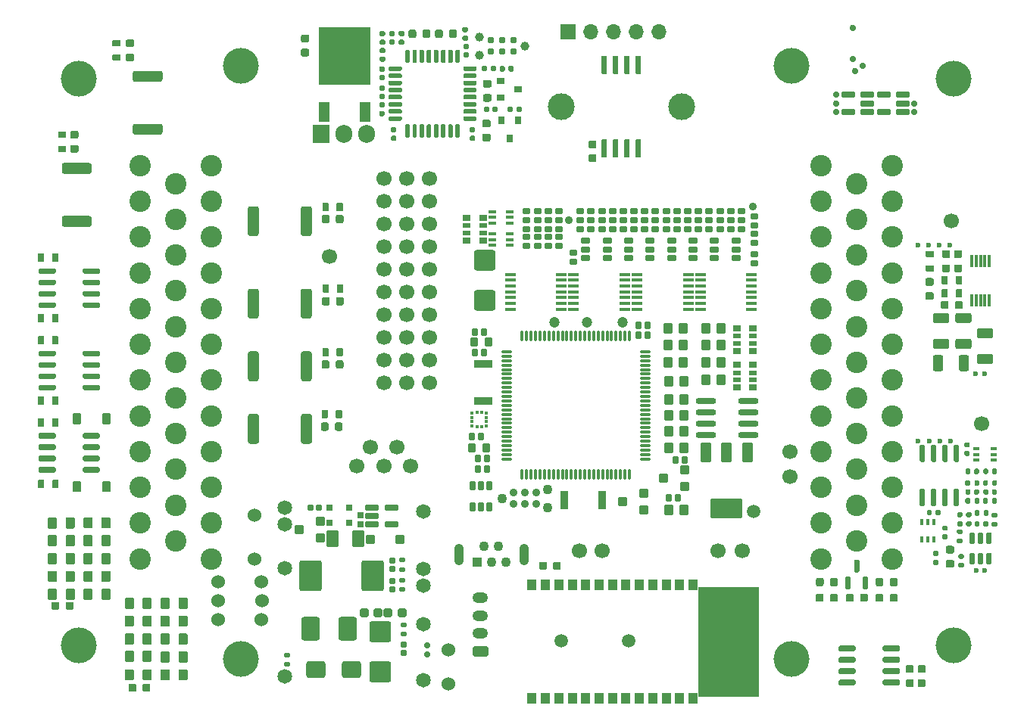
<source format=gts>
G75*
G70*
%OFA0B0*%
%FSLAX25Y25*%
%IPPOS*%
%LPD*%
%AMOC8*
5,1,8,0,0,1.08239X$1,22.5*
%
%AMM106*
21,1,0.027170,0.052760,-0.000000,-0.000000,90.000000*
21,1,0.017320,0.062600,-0.000000,-0.000000,90.000000*
1,1,0.009840,0.026380,0.008660*
1,1,0.009840,0.026380,-0.008660*
1,1,0.009840,-0.026380,-0.008660*
1,1,0.009840,-0.026380,0.008660*
%
%AMM14*
21,1,0.092130,0.073230,0.000000,0.000000,270.000000*
21,1,0.069290,0.096060,0.000000,0.000000,270.000000*
1,1,0.022840,-0.036610,-0.034650*
1,1,0.022840,-0.036610,0.034650*
1,1,0.022840,0.036610,0.034650*
1,1,0.022840,0.036610,-0.034650*
%
%AMM15*
21,1,0.100000,0.111020,0.000000,0.000000,0.000000*
21,1,0.075590,0.135430,0.000000,0.000000,0.000000*
1,1,0.024410,0.037800,-0.055510*
1,1,0.024410,-0.037800,-0.055510*
1,1,0.024410,-0.037800,0.055510*
1,1,0.024410,0.037800,0.055510*
%
%AMM16*
21,1,0.080320,0.083460,0.000000,0.000000,0.000000*
21,1,0.059840,0.103940,0.000000,0.000000,0.000000*
1,1,0.020470,0.029920,-0.041730*
1,1,0.020470,-0.029920,-0.041730*
1,1,0.020470,-0.029920,0.041730*
1,1,0.020470,0.029920,0.041730*
%
%AMM17*
21,1,0.084250,0.053540,0.000000,0.000000,180.000000*
21,1,0.065350,0.072440,0.000000,0.000000,180.000000*
1,1,0.018900,-0.032680,0.026770*
1,1,0.018900,0.032680,0.026770*
1,1,0.018900,0.032680,-0.026770*
1,1,0.018900,-0.032680,-0.026770*
%
%AMM18*
21,1,0.040950,0.030320,0.000000,0.000000,90.000000*
21,1,0.028350,0.042910,0.000000,0.000000,90.000000*
1,1,0.012600,0.015160,0.014170*
1,1,0.012600,0.015160,-0.014170*
1,1,0.012600,-0.015160,-0.014170*
1,1,0.012600,-0.015160,0.014170*
%
%AMM189*
21,1,0.029530,0.026380,-0.000000,-0.000000,90.000000*
21,1,0.020470,0.035430,-0.000000,-0.000000,90.000000*
1,1,0.009060,0.013190,0.010240*
1,1,0.009060,0.013190,-0.010240*
1,1,0.009060,-0.013190,-0.010240*
1,1,0.009060,-0.013190,0.010240*
%
%AMM19*
21,1,0.027170,0.052760,0.000000,0.000000,270.000000*
21,1,0.017320,0.062600,0.000000,0.000000,270.000000*
1,1,0.009840,-0.026380,-0.008660*
1,1,0.009840,-0.026380,0.008660*
1,1,0.009840,0.026380,0.008660*
1,1,0.009840,0.026380,-0.008660*
%
%AMM190*
21,1,0.021650,0.027950,-0.000000,-0.000000,90.000000*
21,1,0.014170,0.035430,-0.000000,-0.000000,90.000000*
1,1,0.007480,0.013980,0.007090*
1,1,0.007480,0.013980,-0.007090*
1,1,0.007480,-0.013980,-0.007090*
1,1,0.007480,-0.013980,0.007090*
%
%AMM191*
21,1,0.016540,0.028980,-0.000000,-0.000000,270.000000*
21,1,0.010080,0.035430,-0.000000,-0.000000,270.000000*
1,1,0.006460,-0.014490,-0.005040*
1,1,0.006460,-0.014490,0.005040*
1,1,0.006460,0.014490,0.005040*
1,1,0.006460,0.014490,-0.005040*
%
%AMM192*
21,1,0.027560,0.030710,-0.000000,-0.000000,0.000000*
21,1,0.018900,0.039370,-0.000000,-0.000000,0.000000*
1,1,0.008660,0.009450,-0.015350*
1,1,0.008660,-0.009450,-0.015350*
1,1,0.008660,-0.009450,0.015350*
1,1,0.008660,0.009450,0.015350*
%
%AMM193*
21,1,0.031500,0.018900,-0.000000,-0.000000,270.000000*
21,1,0.022840,0.027560,-0.000000,-0.000000,270.000000*
1,1,0.008660,-0.009450,-0.011420*
1,1,0.008660,-0.009450,0.011420*
1,1,0.008660,0.009450,0.011420*
1,1,0.008660,0.009450,-0.011420*
%
%AMM194*
21,1,0.035430,0.072440,-0.000000,-0.000000,270.000000*
21,1,0.025200,0.082680,-0.000000,-0.000000,270.000000*
1,1,0.010240,-0.036220,-0.012600*
1,1,0.010240,-0.036220,0.012600*
1,1,0.010240,0.036220,0.012600*
1,1,0.010240,0.036220,-0.012600*
%
%AMM195*
21,1,0.031500,0.018900,-0.000000,-0.000000,0.000000*
21,1,0.022840,0.027560,-0.000000,-0.000000,0.000000*
1,1,0.008660,0.011420,-0.009450*
1,1,0.008660,-0.011420,-0.009450*
1,1,0.008660,-0.011420,0.009450*
1,1,0.008660,0.011420,0.009450*
%
%AMM196*
21,1,0.027560,0.030710,-0.000000,-0.000000,90.000000*
21,1,0.018900,0.039370,-0.000000,-0.000000,90.000000*
1,1,0.008660,0.015350,0.009450*
1,1,0.008660,0.015350,-0.009450*
1,1,0.008660,-0.015350,-0.009450*
1,1,0.008660,-0.015350,0.009450*
%
%AMM197*
21,1,0.039370,0.030320,-0.000000,-0.000000,90.000000*
21,1,0.028350,0.041340,-0.000000,-0.000000,90.000000*
1,1,0.011020,0.015160,0.014170*
1,1,0.011020,0.015160,-0.014170*
1,1,0.011020,-0.015160,-0.014170*
1,1,0.011020,-0.015160,0.014170*
%
%AMM198*
21,1,0.047240,0.075980,-0.000000,-0.000000,180.000000*
21,1,0.034650,0.088580,-0.000000,-0.000000,180.000000*
1,1,0.012600,-0.017320,0.037990*
1,1,0.012600,0.017320,0.037990*
1,1,0.012600,0.017320,-0.037990*
1,1,0.012600,-0.017320,-0.037990*
%
%AMM199*
21,1,0.043310,0.035430,-0.000000,-0.000000,180.000000*
21,1,0.031500,0.047240,-0.000000,-0.000000,180.000000*
1,1,0.011810,-0.015750,0.017720*
1,1,0.011810,0.015750,0.017720*
1,1,0.011810,0.015750,-0.017720*
1,1,0.011810,-0.015750,-0.017720*
%
%AMM20*
21,1,0.041340,0.026770,0.000000,0.000000,0.000000*
21,1,0.029130,0.038980,0.000000,0.000000,0.000000*
1,1,0.012210,0.014570,-0.013390*
1,1,0.012210,-0.014570,-0.013390*
1,1,0.012210,-0.014570,0.013390*
1,1,0.012210,0.014570,0.013390*
%
%AMM200*
21,1,0.031500,0.030710,-0.000000,-0.000000,180.000000*
21,1,0.022050,0.040160,-0.000000,-0.000000,180.000000*
1,1,0.009450,-0.011020,0.015350*
1,1,0.009450,0.011020,0.015350*
1,1,0.009450,0.011020,-0.015350*
1,1,0.009450,-0.011020,-0.015350*
%
%AMM201*
21,1,0.035430,0.072440,-0.000000,-0.000000,180.000000*
21,1,0.025200,0.082680,-0.000000,-0.000000,180.000000*
1,1,0.010240,-0.012600,0.036220*
1,1,0.010240,0.012600,0.036220*
1,1,0.010240,0.012600,-0.036220*
1,1,0.010240,-0.012600,-0.036220*
%
%AMM202*
21,1,0.141730,0.067720,-0.000000,-0.000000,180.000000*
21,1,0.120870,0.088580,-0.000000,-0.000000,180.000000*
1,1,0.020870,-0.060430,0.033860*
1,1,0.020870,0.060430,0.033860*
1,1,0.020870,0.060430,-0.033860*
1,1,0.020870,-0.060430,-0.033860*
%
%AMM203*
21,1,0.047240,0.075990,-0.000000,-0.000000,180.000000*
21,1,0.034650,0.088580,-0.000000,-0.000000,180.000000*
1,1,0.012600,-0.017320,0.037990*
1,1,0.012600,0.017320,0.037990*
1,1,0.012600,0.017320,-0.037990*
1,1,0.012600,-0.017320,-0.037990*
%
%AMM204*
21,1,0.090550,0.073230,-0.000000,-0.000000,270.000000*
21,1,0.069290,0.094490,-0.000000,-0.000000,270.000000*
1,1,0.021260,-0.036610,-0.034650*
1,1,0.021260,-0.036610,0.034650*
1,1,0.021260,0.036610,0.034650*
1,1,0.021260,0.036610,-0.034650*
%
%AMM21*
21,1,0.076380,0.036220,0.000000,0.000000,90.000000*
21,1,0.061810,0.050790,0.000000,0.000000,90.000000*
1,1,0.014570,0.018110,0.030910*
1,1,0.014570,0.018110,-0.030910*
1,1,0.014570,-0.018110,-0.030910*
1,1,0.014570,-0.018110,0.030910*
%
%AMM22*
21,1,0.038980,0.026770,0.000000,0.000000,0.000000*
21,1,0.026770,0.038980,0.000000,0.000000,0.000000*
1,1,0.012210,0.013390,-0.013390*
1,1,0.012210,-0.013390,-0.013390*
1,1,0.012210,-0.013390,0.013390*
1,1,0.012210,0.013390,0.013390*
%
%AMM23*
21,1,0.021260,0.016540,0.000000,0.000000,270.000000*
21,1,0.012600,0.025200,0.000000,0.000000,270.000000*
1,1,0.008660,-0.008270,-0.006300*
1,1,0.008660,-0.008270,0.006300*
1,1,0.008660,0.008270,0.006300*
1,1,0.008660,0.008270,-0.006300*
%
%AMM24*
21,1,0.029130,0.018900,0.000000,0.000000,90.000000*
21,1,0.018900,0.029130,0.000000,0.000000,90.000000*
1,1,0.010240,0.009450,0.009450*
1,1,0.010240,0.009450,-0.009450*
1,1,0.010240,-0.009450,-0.009450*
1,1,0.010240,-0.009450,0.009450*
%
%AMM25*
21,1,0.025200,0.019680,0.000000,0.000000,0.000000*
21,1,0.015750,0.029130,0.000000,0.000000,0.000000*
1,1,0.009450,0.007870,-0.009840*
1,1,0.009450,-0.007870,-0.009840*
1,1,0.009450,-0.007870,0.009840*
1,1,0.009450,0.007870,0.009840*
%
%AMM26*
21,1,0.025200,0.019680,0.000000,0.000000,270.000000*
21,1,0.015750,0.029130,0.000000,0.000000,270.000000*
1,1,0.009450,-0.009840,-0.007870*
1,1,0.009450,-0.009840,0.007870*
1,1,0.009450,0.009840,0.007870*
1,1,0.009450,0.009840,-0.007870*
%
%ADD10C,0.06693*%
%ADD108M14*%
%ADD109M15*%
%ADD11C,0.02756*%
%ADD110M16*%
%ADD111M17*%
%ADD112M18*%
%ADD113M19*%
%ADD114M20*%
%ADD115M21*%
%ADD116M22*%
%ADD117M23*%
%ADD118M24*%
%ADD119M25*%
%ADD12C,0.11811*%
%ADD120M26*%
%ADD121C,0.02913*%
%ADD122C,0.06457*%
%ADD142R,0.02559X0.01575*%
%ADD143R,0.01575X0.02559*%
%ADD146R,0.03543X0.03150*%
%ADD147R,0.04724X0.08661*%
%ADD148C,0.05118*%
%ADD149R,0.22835X0.25197*%
%ADD150R,0.03150X0.03543*%
%ADD151C,0.03100*%
%ADD152R,0.07500X0.07874*%
%ADD153O,0.07500X0.07874*%
%ADD154C,0.03900*%
%ADD186O,0.05118X0.01260*%
%ADD187O,0.01260X0.05118*%
%ADD188O,0.04724X0.01575*%
%ADD189C,0.03494*%
%ADD192R,0.01772X0.01378*%
%ADD193R,0.01378X0.01772*%
%ADD198O,0.09055X0.02756*%
%ADD20C,0.02362*%
%ADD205C,0.03543*%
%ADD207C,0.04294*%
%ADD26R,0.04331X0.04331*%
%ADD265M106*%
%ADD27C,0.04331*%
%ADD274R,0.01181X0.05512*%
%ADD28O,0.04331X0.09449*%
%ADD31C,0.05906*%
%ADD385M189*%
%ADD386M190*%
%ADD387M191*%
%ADD388M192*%
%ADD389M193*%
%ADD390M194*%
%ADD391M195*%
%ADD392M196*%
%ADD393M197*%
%ADD394M198*%
%ADD395M199*%
%ADD396M200*%
%ADD397M201*%
%ADD398M202*%
%ADD399M203*%
%ADD400M204*%
%ADD41C,0.09449*%
%ADD42C,0.15748*%
%ADD55R,0.03937X0.05118*%
%ADD56R,0.06693X0.06693*%
%ADD57O,0.06693X0.06693*%
%ADD58O,0.06890X0.04724*%
%ADD59C,0.06000*%
%ADD65C,0.04724*%
%ADD67C,0.00472*%
X0000000Y0000000D02*
%LPD*%
G01*
D67*
X0320669Y0052500D02*
X0294291Y0052500D01*
X0294291Y0004468D01*
X0320669Y0004468D01*
X0320669Y0052500D01*
G36*
X0320669Y0052500D02*
G01*
X0294291Y0052500D01*
X0294291Y0004468D01*
X0320669Y0004468D01*
X0320669Y0052500D01*
G37*
G36*
G01*
X0035650Y0051240D02*
X0035650Y0047106D01*
G75*
G02*
X0035256Y0046712I-000394J0000000D01*
G01*
X0032106Y0046712D01*
G75*
G02*
X0031713Y0047106I0000000J0000394D01*
G01*
X0031713Y0051240D01*
G75*
G02*
X0032106Y0051633I0000394J0000000D01*
G01*
X0035256Y0051633D01*
G75*
G02*
X0035650Y0051240I0000000J-000394D01*
G01*
G37*
G36*
G01*
X0027776Y0051240D02*
X0027776Y0047106D01*
G75*
G02*
X0027382Y0046712I-000394J0000000D01*
G01*
X0024232Y0046712D01*
G75*
G02*
X0023839Y0047106I0000000J0000394D01*
G01*
X0023839Y0051240D01*
G75*
G02*
X0024232Y0051633I0000394J0000000D01*
G01*
X0027382Y0051633D01*
G75*
G02*
X0027776Y0051240I0000000J-000394D01*
G01*
G37*
D12*
X0233878Y0264035D03*
G36*
G01*
X0360925Y0051299D02*
X0359744Y0051299D01*
G75*
G02*
X0359154Y0051889I0000000J0000591D01*
G01*
X0359154Y0056515D01*
G75*
G02*
X0359744Y0057106I0000591J0000000D01*
G01*
X0360925Y0057106D01*
G75*
G02*
X0361516Y0056515I0000000J-000591D01*
G01*
X0361516Y0051889D01*
G75*
G02*
X0360925Y0051299I-000591J0000000D01*
G01*
G37*
G36*
G01*
X0368406Y0051299D02*
X0367224Y0051299D01*
G75*
G02*
X0366634Y0051889I0000000J0000591D01*
G01*
X0366634Y0056515D01*
G75*
G02*
X0367224Y0057106I0000591J0000000D01*
G01*
X0368406Y0057106D01*
G75*
G02*
X0368996Y0056515I0000000J-000591D01*
G01*
X0368996Y0051889D01*
G75*
G02*
X0368406Y0051299I-000591J0000000D01*
G01*
G37*
G36*
G01*
X0364665Y0058681D02*
X0363484Y0058681D01*
G75*
G02*
X0362894Y0059271I0000000J0000591D01*
G01*
X0362894Y0063897D01*
G75*
G02*
X0363484Y0064488I0000591J0000000D01*
G01*
X0364665Y0064488D01*
G75*
G02*
X0365256Y0063897I0000000J-000591D01*
G01*
X0365256Y0059271D01*
G75*
G02*
X0364665Y0058681I-000591J0000000D01*
G01*
G37*
G36*
G01*
X0003898Y0118445D02*
X0003898Y0119626D01*
G75*
G02*
X0004488Y0120216I0000591J0000000D01*
G01*
X0010984Y0120216D01*
G75*
G02*
X0011575Y0119626I0000000J-000591D01*
G01*
X0011575Y0118445D01*
G75*
G02*
X0010984Y0117854I-000591J0000000D01*
G01*
X0004488Y0117854D01*
G75*
G02*
X0003898Y0118445I0000000J0000591D01*
G01*
G37*
G36*
G01*
X0003898Y0113445D02*
X0003898Y0114626D01*
G75*
G02*
X0004488Y0115216I0000591J0000000D01*
G01*
X0010984Y0115216D01*
G75*
G02*
X0011575Y0114626I0000000J-000591D01*
G01*
X0011575Y0113445D01*
G75*
G02*
X0010984Y0112854I-000591J0000000D01*
G01*
X0004488Y0112854D01*
G75*
G02*
X0003898Y0113445I0000000J0000591D01*
G01*
G37*
G36*
G01*
X0003898Y0108445D02*
X0003898Y0109626D01*
G75*
G02*
X0004488Y0110216I0000591J0000000D01*
G01*
X0010984Y0110216D01*
G75*
G02*
X0011575Y0109626I0000000J-000591D01*
G01*
X0011575Y0108445D01*
G75*
G02*
X0010984Y0107854I-000591J0000000D01*
G01*
X0004488Y0107854D01*
G75*
G02*
X0003898Y0108445I0000000J0000591D01*
G01*
G37*
G36*
G01*
X0003898Y0103445D02*
X0003898Y0104626D01*
G75*
G02*
X0004488Y0105216I0000591J0000000D01*
G01*
X0010984Y0105216D01*
G75*
G02*
X0011575Y0104626I0000000J-000591D01*
G01*
X0011575Y0103445D01*
G75*
G02*
X0010984Y0102854I-000591J0000000D01*
G01*
X0004488Y0102854D01*
G75*
G02*
X0003898Y0103445I0000000J0000591D01*
G01*
G37*
G36*
G01*
X0023386Y0103445D02*
X0023386Y0104626D01*
G75*
G02*
X0023976Y0105216I0000591J0000000D01*
G01*
X0030472Y0105216D01*
G75*
G02*
X0031063Y0104626I0000000J-000591D01*
G01*
X0031063Y0103445D01*
G75*
G02*
X0030472Y0102854I-000591J0000000D01*
G01*
X0023976Y0102854D01*
G75*
G02*
X0023386Y0103445I0000000J0000591D01*
G01*
G37*
G36*
G01*
X0023386Y0108445D02*
X0023386Y0109626D01*
G75*
G02*
X0023976Y0110216I0000591J0000000D01*
G01*
X0030472Y0110216D01*
G75*
G02*
X0031063Y0109626I0000000J-000591D01*
G01*
X0031063Y0108445D01*
G75*
G02*
X0030472Y0107854I-000591J0000000D01*
G01*
X0023976Y0107854D01*
G75*
G02*
X0023386Y0108445I0000000J0000591D01*
G01*
G37*
G36*
G01*
X0023386Y0113445D02*
X0023386Y0114626D01*
G75*
G02*
X0023976Y0115216I0000591J0000000D01*
G01*
X0030472Y0115216D01*
G75*
G02*
X0031063Y0114626I0000000J-000591D01*
G01*
X0031063Y0113445D01*
G75*
G02*
X0030472Y0112854I-000591J0000000D01*
G01*
X0023976Y0112854D01*
G75*
G02*
X0023386Y0113445I0000000J0000591D01*
G01*
G37*
G36*
G01*
X0023386Y0118445D02*
X0023386Y0119626D01*
G75*
G02*
X0023976Y0120216I0000591J0000000D01*
G01*
X0030472Y0120216D01*
G75*
G02*
X0031063Y0119626I0000000J-000591D01*
G01*
X0031063Y0118445D01*
G75*
G02*
X0030472Y0117854I-000591J0000000D01*
G01*
X0023976Y0117854D01*
G75*
G02*
X0023386Y0118445I0000000J0000591D01*
G01*
G37*
D10*
X0132146Y0197893D03*
G36*
G01*
X0035650Y0066988D02*
X0035650Y0062854D01*
G75*
G02*
X0035256Y0062460I-000394J0000000D01*
G01*
X0032106Y0062460D01*
G75*
G02*
X0031713Y0062854I0000000J0000394D01*
G01*
X0031713Y0066988D01*
G75*
G02*
X0032106Y0067382I0000394J0000000D01*
G01*
X0035256Y0067382D01*
G75*
G02*
X0035650Y0066988I0000000J-000394D01*
G01*
G37*
G36*
G01*
X0027776Y0066988D02*
X0027776Y0062854D01*
G75*
G02*
X0027382Y0062460I-000394J0000000D01*
G01*
X0024232Y0062460D01*
G75*
G02*
X0023839Y0062854I0000000J0000394D01*
G01*
X0023839Y0066988D01*
G75*
G02*
X0024232Y0067382I0000394J0000000D01*
G01*
X0027382Y0067382D01*
G75*
G02*
X0027776Y0066988I0000000J-000394D01*
G01*
G37*
G36*
G01*
X0246516Y0249133D02*
X0249193Y0249133D01*
G75*
G02*
X0249528Y0248799I0000000J-000335D01*
G01*
X0249528Y0246122D01*
G75*
G02*
X0249193Y0245787I-000335J0000000D01*
G01*
X0246516Y0245787D01*
G75*
G02*
X0246181Y0246122I0000000J0000335D01*
G01*
X0246181Y0248799D01*
G75*
G02*
X0246516Y0249133I0000335J0000000D01*
G01*
G37*
G36*
G01*
X0246516Y0242913D02*
X0249193Y0242913D01*
G75*
G02*
X0249528Y0242578I0000000J-000335D01*
G01*
X0249528Y0239901D01*
G75*
G02*
X0249193Y0239567I-000335J0000000D01*
G01*
X0246516Y0239567D01*
G75*
G02*
X0246181Y0239901I0000000J0000335D01*
G01*
X0246181Y0242578D01*
G75*
G02*
X0246516Y0242913I0000335J0000000D01*
G01*
G37*
G36*
G01*
X0137933Y0221279D02*
X0137933Y0218208D01*
G75*
G02*
X0137657Y0217933I-000276J0000000D01*
G01*
X0135453Y0217933D01*
G75*
G02*
X0135177Y0218208I0000000J0000276D01*
G01*
X0135177Y0221279D01*
G75*
G02*
X0135453Y0221555I0000276J0000000D01*
G01*
X0137657Y0221555D01*
G75*
G02*
X0137933Y0221279I0000000J-000276D01*
G01*
G37*
G36*
G01*
X0131634Y0221279D02*
X0131634Y0218208D01*
G75*
G02*
X0131358Y0217933I-000276J0000000D01*
G01*
X0129154Y0217933D01*
G75*
G02*
X0128878Y0218208I0000000J0000276D01*
G01*
X0128878Y0221279D01*
G75*
G02*
X0129154Y0221555I0000276J0000000D01*
G01*
X0131358Y0221555D01*
G75*
G02*
X0131634Y0221279I0000000J-000276D01*
G01*
G37*
G36*
G01*
X0003957Y0154724D02*
X0003957Y0155905D01*
G75*
G02*
X0004547Y0156496I0000591J0000000D01*
G01*
X0011043Y0156496D01*
G75*
G02*
X0011634Y0155905I0000000J-000591D01*
G01*
X0011634Y0154724D01*
G75*
G02*
X0011043Y0154133I-000591J0000000D01*
G01*
X0004547Y0154133D01*
G75*
G02*
X0003957Y0154724I0000000J0000591D01*
G01*
G37*
G36*
G01*
X0003957Y0149724D02*
X0003957Y0150905D01*
G75*
G02*
X0004547Y0151496I0000591J0000000D01*
G01*
X0011043Y0151496D01*
G75*
G02*
X0011634Y0150905I0000000J-000591D01*
G01*
X0011634Y0149724D01*
G75*
G02*
X0011043Y0149133I-000591J0000000D01*
G01*
X0004547Y0149133D01*
G75*
G02*
X0003957Y0149724I0000000J0000591D01*
G01*
G37*
G36*
G01*
X0003957Y0144724D02*
X0003957Y0145905D01*
G75*
G02*
X0004547Y0146496I0000591J0000000D01*
G01*
X0011043Y0146496D01*
G75*
G02*
X0011634Y0145905I0000000J-000591D01*
G01*
X0011634Y0144724D01*
G75*
G02*
X0011043Y0144133I-000591J0000000D01*
G01*
X0004547Y0144133D01*
G75*
G02*
X0003957Y0144724I0000000J0000591D01*
G01*
G37*
G36*
G01*
X0003957Y0139724D02*
X0003957Y0140905D01*
G75*
G02*
X0004547Y0141496I0000591J0000000D01*
G01*
X0011043Y0141496D01*
G75*
G02*
X0011634Y0140905I0000000J-000591D01*
G01*
X0011634Y0139724D01*
G75*
G02*
X0011043Y0139133I-000591J0000000D01*
G01*
X0004547Y0139133D01*
G75*
G02*
X0003957Y0139724I0000000J0000591D01*
G01*
G37*
G36*
G01*
X0023445Y0139724D02*
X0023445Y0140905D01*
G75*
G02*
X0024035Y0141496I0000591J0000000D01*
G01*
X0030531Y0141496D01*
G75*
G02*
X0031122Y0140905I0000000J-000591D01*
G01*
X0031122Y0139724D01*
G75*
G02*
X0030531Y0139133I-000591J0000000D01*
G01*
X0024035Y0139133D01*
G75*
G02*
X0023445Y0139724I0000000J0000591D01*
G01*
G37*
G36*
G01*
X0023445Y0144724D02*
X0023445Y0145905D01*
G75*
G02*
X0024035Y0146496I0000591J0000000D01*
G01*
X0030531Y0146496D01*
G75*
G02*
X0031122Y0145905I0000000J-000591D01*
G01*
X0031122Y0144724D01*
G75*
G02*
X0030531Y0144133I-000591J0000000D01*
G01*
X0024035Y0144133D01*
G75*
G02*
X0023445Y0144724I0000000J0000591D01*
G01*
G37*
G36*
G01*
X0023445Y0149724D02*
X0023445Y0150905D01*
G75*
G02*
X0024035Y0151496I0000591J0000000D01*
G01*
X0030531Y0151496D01*
G75*
G02*
X0031122Y0150905I0000000J-000591D01*
G01*
X0031122Y0149724D01*
G75*
G02*
X0030531Y0149133I-000591J0000000D01*
G01*
X0024035Y0149133D01*
G75*
G02*
X0023445Y0149724I0000000J0000591D01*
G01*
G37*
G36*
G01*
X0023445Y0154724D02*
X0023445Y0155905D01*
G75*
G02*
X0024035Y0156496I0000591J0000000D01*
G01*
X0030531Y0156496D01*
G75*
G02*
X0031122Y0155905I0000000J-000591D01*
G01*
X0031122Y0154724D01*
G75*
G02*
X0030531Y0154133I-000591J0000000D01*
G01*
X0024035Y0154133D01*
G75*
G02*
X0023445Y0154724I0000000J0000591D01*
G01*
G37*
G36*
G01*
X0138091Y0185452D02*
X0138091Y0182382D01*
G75*
G02*
X0137815Y0182106I-000276J0000000D01*
G01*
X0135610Y0182106D01*
G75*
G02*
X0135335Y0182382I0000000J0000276D01*
G01*
X0135335Y0185452D01*
G75*
G02*
X0135610Y0185728I0000276J0000000D01*
G01*
X0137815Y0185728D01*
G75*
G02*
X0138091Y0185452I0000000J-000276D01*
G01*
G37*
G36*
G01*
X0131791Y0185452D02*
X0131791Y0182382D01*
G75*
G02*
X0131516Y0182106I-000276J0000000D01*
G01*
X0129311Y0182106D01*
G75*
G02*
X0129035Y0182382I0000000J0000276D01*
G01*
X0129035Y0185452D01*
G75*
G02*
X0129311Y0185728I0000276J0000000D01*
G01*
X0131516Y0185728D01*
G75*
G02*
X0131791Y0185452I0000000J-000276D01*
G01*
G37*
G36*
G01*
X0003681Y0159586D02*
X0003681Y0162657D01*
G75*
G02*
X0003957Y0162933I0000276J0000000D01*
G01*
X0006161Y0162933D01*
G75*
G02*
X0006437Y0162657I0000000J-000276D01*
G01*
X0006437Y0159586D01*
G75*
G02*
X0006161Y0159311I-000276J0000000D01*
G01*
X0003957Y0159311D01*
G75*
G02*
X0003681Y0159586I0000000J0000276D01*
G01*
G37*
G36*
G01*
X0009980Y0159586D02*
X0009980Y0162657D01*
G75*
G02*
X0010256Y0162933I0000276J0000000D01*
G01*
X0012461Y0162933D01*
G75*
G02*
X0012736Y0162657I0000000J-000276D01*
G01*
X0012736Y0159586D01*
G75*
G02*
X0012461Y0159311I-000276J0000000D01*
G01*
X0010256Y0159311D01*
G75*
G02*
X0009980Y0159586I0000000J0000276D01*
G01*
G37*
X0302894Y0068445D03*
G36*
G01*
X0124291Y0155295D02*
X0124291Y0144074D01*
G75*
G02*
X0123307Y0143090I-000984J0000000D01*
G01*
X0120453Y0143090D01*
G75*
G02*
X0119469Y0144074I0000000J0000984D01*
G01*
X0119469Y0155295D01*
G75*
G02*
X0120453Y0156279I0000984J0000000D01*
G01*
X0123307Y0156279D01*
G75*
G02*
X0124291Y0155295I0000000J-000984D01*
G01*
G37*
G36*
G01*
X0100965Y0155295D02*
X0100965Y0144074D01*
G75*
G02*
X0099980Y0143090I-000984J0000000D01*
G01*
X0097126Y0143090D01*
G75*
G02*
X0096142Y0144074I0000000J0000984D01*
G01*
X0096142Y0155295D01*
G75*
G02*
X0097126Y0156279I0000984J0000000D01*
G01*
X0099980Y0156279D01*
G75*
G02*
X0100965Y0155295I0000000J-000984D01*
G01*
G37*
G36*
G01*
X0382008Y0048917D02*
X0382008Y0046240D01*
G75*
G02*
X0381673Y0045905I-000335J0000000D01*
G01*
X0378996Y0045905D01*
G75*
G02*
X0378661Y0046240I0000000J0000335D01*
G01*
X0378661Y0048917D01*
G75*
G02*
X0378996Y0049252I0000335J0000000D01*
G01*
X0381673Y0049252D01*
G75*
G02*
X0382008Y0048917I0000000J-000335D01*
G01*
G37*
G36*
G01*
X0375787Y0048917D02*
X0375787Y0046240D01*
G75*
G02*
X0375453Y0045905I-000335J0000000D01*
G01*
X0372776Y0045905D01*
G75*
G02*
X0372441Y0046240I0000000J0000335D01*
G01*
X0372441Y0048917D01*
G75*
G02*
X0372776Y0049252I0000335J0000000D01*
G01*
X0375453Y0049252D01*
G75*
G02*
X0375787Y0048917I0000000J-000335D01*
G01*
G37*
X0419114Y0124271D03*
G36*
G01*
X0045241Y0284015D02*
X0043223Y0284015D01*
G75*
G02*
X0042362Y0284877I0000000J0000861D01*
G01*
X0042362Y0286599D01*
G75*
G02*
X0043223Y0287460I0000861J0000000D01*
G01*
X0045241Y0287460D01*
G75*
G02*
X0046102Y0286599I0000000J-000861D01*
G01*
X0046102Y0284877D01*
G75*
G02*
X0045241Y0284015I-000861J0000000D01*
G01*
G37*
G36*
G01*
X0045241Y0290216D02*
X0043223Y0290216D01*
G75*
G02*
X0042362Y0291077I0000000J0000861D01*
G01*
X0042362Y0292800D01*
G75*
G02*
X0043223Y0293661I0000861J0000000D01*
G01*
X0045241Y0293661D01*
G75*
G02*
X0046102Y0292800I0000000J-000861D01*
G01*
X0046102Y0291077D01*
G75*
G02*
X0045241Y0290216I-000861J0000000D01*
G01*
G37*
G36*
G01*
X0233858Y0063149D02*
X0233858Y0060472D01*
G75*
G02*
X0233524Y0060137I-000335J0000000D01*
G01*
X0230846Y0060137D01*
G75*
G02*
X0230512Y0060472I0000000J0000335D01*
G01*
X0230512Y0063149D01*
G75*
G02*
X0230846Y0063484I0000335J0000000D01*
G01*
X0233524Y0063484D01*
G75*
G02*
X0233858Y0063149I0000000J-000335D01*
G01*
G37*
G36*
G01*
X0227638Y0063149D02*
X0227638Y0060472D01*
G75*
G02*
X0227303Y0060137I-000335J0000000D01*
G01*
X0224626Y0060137D01*
G75*
G02*
X0224291Y0060472I0000000J0000335D01*
G01*
X0224291Y0063149D01*
G75*
G02*
X0224626Y0063484I0000335J0000000D01*
G01*
X0227303Y0063484D01*
G75*
G02*
X0227638Y0063149I0000000J-000335D01*
G01*
G37*
G36*
G01*
X0359331Y0046240D02*
X0359331Y0048917D01*
G75*
G02*
X0359665Y0049252I0000335J0000000D01*
G01*
X0362343Y0049252D01*
G75*
G02*
X0362677Y0048917I0000000J-000335D01*
G01*
X0362677Y0046240D01*
G75*
G02*
X0362343Y0045905I-000335J0000000D01*
G01*
X0359665Y0045905D01*
G75*
G02*
X0359331Y0046240I0000000J0000335D01*
G01*
G37*
G36*
G01*
X0365551Y0046240D02*
X0365551Y0048917D01*
G75*
G02*
X0365886Y0049252I0000335J0000000D01*
G01*
X0368563Y0049252D01*
G75*
G02*
X0368898Y0048917I0000000J-000335D01*
G01*
X0368898Y0046240D01*
G75*
G02*
X0368563Y0045905I-000335J0000000D01*
G01*
X0365886Y0045905D01*
G75*
G02*
X0365551Y0046240I0000000J0000335D01*
G01*
G37*
G36*
G01*
X0128583Y0149444D02*
X0128583Y0151461D01*
G75*
G02*
X0129444Y0152322I0000861J0000000D01*
G01*
X0131166Y0152322D01*
G75*
G02*
X0132028Y0151461I0000000J-000861D01*
G01*
X0132028Y0149444D01*
G75*
G02*
X0131166Y0148582I-000861J0000000D01*
G01*
X0129444Y0148582D01*
G75*
G02*
X0128583Y0149444I0000000J0000861D01*
G01*
G37*
G36*
G01*
X0134783Y0149444D02*
X0134783Y0151461D01*
G75*
G02*
X0135645Y0152322I0000861J0000000D01*
G01*
X0137367Y0152322D01*
G75*
G02*
X0138228Y0151461I0000000J-000861D01*
G01*
X0138228Y0149444D01*
G75*
G02*
X0137367Y0148582I-000861J0000000D01*
G01*
X0135645Y0148582D01*
G75*
G02*
X0134783Y0149444I0000000J0000861D01*
G01*
G37*
G36*
G01*
X0043622Y0006614D02*
X0043622Y0009291D01*
G75*
G02*
X0043957Y0009626I0000335J0000000D01*
G01*
X0046634Y0009626D01*
G75*
G02*
X0046969Y0009291I0000000J-000335D01*
G01*
X0046969Y0006614D01*
G75*
G02*
X0046634Y0006279I-000335J0000000D01*
G01*
X0043957Y0006279D01*
G75*
G02*
X0043622Y0006614I0000000J0000335D01*
G01*
G37*
G36*
G01*
X0049843Y0006614D02*
X0049843Y0009291D01*
G75*
G02*
X0050177Y0009626I0000335J0000000D01*
G01*
X0052854Y0009626D01*
G75*
G02*
X0053189Y0009291I0000000J-000335D01*
G01*
X0053189Y0006614D01*
G75*
G02*
X0052854Y0006279I-000335J0000000D01*
G01*
X0050177Y0006279D01*
G75*
G02*
X0049843Y0006614I0000000J0000335D01*
G01*
G37*
G36*
G01*
X0069547Y0031515D02*
X0069547Y0027382D01*
G75*
G02*
X0069154Y0026988I-000394J0000000D01*
G01*
X0066004Y0026988D01*
G75*
G02*
X0065610Y0027382I0000000J0000394D01*
G01*
X0065610Y0031515D01*
G75*
G02*
X0066004Y0031909I0000394J0000000D01*
G01*
X0069154Y0031909D01*
G75*
G02*
X0069547Y0031515I0000000J-000394D01*
G01*
G37*
G36*
G01*
X0061673Y0031515D02*
X0061673Y0027382D01*
G75*
G02*
X0061280Y0026988I-000394J0000000D01*
G01*
X0058130Y0026988D01*
G75*
G02*
X0057736Y0027382I0000000J0000394D01*
G01*
X0057736Y0031515D01*
G75*
G02*
X0058130Y0031909I0000394J0000000D01*
G01*
X0061280Y0031909D01*
G75*
G02*
X0061673Y0031515I0000000J-000394D01*
G01*
G37*
G36*
G01*
X0383130Y0010945D02*
X0383130Y0009763D01*
G75*
G02*
X0382539Y0009173I-000591J0000000D01*
G01*
X0376043Y0009173D01*
G75*
G02*
X0375453Y0009763I0000000J0000591D01*
G01*
X0375453Y0010945D01*
G75*
G02*
X0376043Y0011535I0000591J0000000D01*
G01*
X0382539Y0011535D01*
G75*
G02*
X0383130Y0010945I0000000J-000591D01*
G01*
G37*
G36*
G01*
X0383130Y0015945D02*
X0383130Y0014763D01*
G75*
G02*
X0382539Y0014173I-000591J0000000D01*
G01*
X0376043Y0014173D01*
G75*
G02*
X0375453Y0014763I0000000J0000591D01*
G01*
X0375453Y0015945D01*
G75*
G02*
X0376043Y0016535I0000591J0000000D01*
G01*
X0382539Y0016535D01*
G75*
G02*
X0383130Y0015945I0000000J-000591D01*
G01*
G37*
G36*
G01*
X0383130Y0020945D02*
X0383130Y0019763D01*
G75*
G02*
X0382539Y0019173I-000591J0000000D01*
G01*
X0376043Y0019173D01*
G75*
G02*
X0375453Y0019763I0000000J0000591D01*
G01*
X0375453Y0020945D01*
G75*
G02*
X0376043Y0021535I0000591J0000000D01*
G01*
X0382539Y0021535D01*
G75*
G02*
X0383130Y0020945I0000000J-000591D01*
G01*
G37*
G36*
G01*
X0383130Y0025945D02*
X0383130Y0024763D01*
G75*
G02*
X0382539Y0024173I-000591J0000000D01*
G01*
X0376043Y0024173D01*
G75*
G02*
X0375453Y0024763I0000000J0000591D01*
G01*
X0375453Y0025945D01*
G75*
G02*
X0376043Y0026535I0000591J0000000D01*
G01*
X0382539Y0026535D01*
G75*
G02*
X0383130Y0025945I0000000J-000591D01*
G01*
G37*
G36*
G01*
X0363642Y0025945D02*
X0363642Y0024763D01*
G75*
G02*
X0363051Y0024173I-000591J0000000D01*
G01*
X0356555Y0024173D01*
G75*
G02*
X0355965Y0024763I0000000J0000591D01*
G01*
X0355965Y0025945D01*
G75*
G02*
X0356555Y0026535I0000591J0000000D01*
G01*
X0363051Y0026535D01*
G75*
G02*
X0363642Y0025945I0000000J-000591D01*
G01*
G37*
G36*
G01*
X0363642Y0020945D02*
X0363642Y0019763D01*
G75*
G02*
X0363051Y0019173I-000591J0000000D01*
G01*
X0356555Y0019173D01*
G75*
G02*
X0355965Y0019763I0000000J0000591D01*
G01*
X0355965Y0020945D01*
G75*
G02*
X0356555Y0021535I0000591J0000000D01*
G01*
X0363051Y0021535D01*
G75*
G02*
X0363642Y0020945I0000000J-000591D01*
G01*
G37*
G36*
G01*
X0363642Y0015945D02*
X0363642Y0014763D01*
G75*
G02*
X0363051Y0014173I-000591J0000000D01*
G01*
X0356555Y0014173D01*
G75*
G02*
X0355965Y0014763I0000000J0000591D01*
G01*
X0355965Y0015945D01*
G75*
G02*
X0356555Y0016535I0000591J0000000D01*
G01*
X0363051Y0016535D01*
G75*
G02*
X0363642Y0015945I0000000J-000591D01*
G01*
G37*
G36*
G01*
X0363642Y0010945D02*
X0363642Y0009763D01*
G75*
G02*
X0363051Y0009173I-000591J0000000D01*
G01*
X0356555Y0009173D01*
G75*
G02*
X0355965Y0009763I0000000J0000591D01*
G01*
X0355965Y0010945D01*
G75*
G02*
X0356555Y0011535I0000591J0000000D01*
G01*
X0363051Y0011535D01*
G75*
G02*
X0363642Y0010945I0000000J-000591D01*
G01*
G37*
G36*
G01*
X0069547Y0047263D02*
X0069547Y0043130D01*
G75*
G02*
X0069154Y0042736I-000394J0000000D01*
G01*
X0066004Y0042736D01*
G75*
G02*
X0065610Y0043130I0000000J0000394D01*
G01*
X0065610Y0047263D01*
G75*
G02*
X0066004Y0047657I0000394J0000000D01*
G01*
X0069154Y0047657D01*
G75*
G02*
X0069547Y0047263I0000000J-000394D01*
G01*
G37*
G36*
G01*
X0061673Y0047263D02*
X0061673Y0043130D01*
G75*
G02*
X0061280Y0042736I-000394J0000000D01*
G01*
X0058130Y0042736D01*
G75*
G02*
X0057736Y0043130I0000000J0000394D01*
G01*
X0057736Y0047263D01*
G75*
G02*
X0058130Y0047657I0000394J0000000D01*
G01*
X0061280Y0047657D01*
G75*
G02*
X0061673Y0047263I0000000J-000394D01*
G01*
G37*
G36*
G01*
X0069547Y0039389D02*
X0069547Y0035256D01*
G75*
G02*
X0069154Y0034862I-000394J0000000D01*
G01*
X0066004Y0034862D01*
G75*
G02*
X0065610Y0035256I0000000J0000394D01*
G01*
X0065610Y0039389D01*
G75*
G02*
X0066004Y0039783I0000394J0000000D01*
G01*
X0069154Y0039783D01*
G75*
G02*
X0069547Y0039389I0000000J-000394D01*
G01*
G37*
G36*
G01*
X0061673Y0039389D02*
X0061673Y0035256D01*
G75*
G02*
X0061280Y0034862I-000394J0000000D01*
G01*
X0058130Y0034862D01*
G75*
G02*
X0057736Y0035256I0000000J0000394D01*
G01*
X0057736Y0039389D01*
G75*
G02*
X0058130Y0039783I0000394J0000000D01*
G01*
X0061280Y0039783D01*
G75*
G02*
X0061673Y0039389I0000000J-000394D01*
G01*
G37*
G36*
G01*
X0393917Y0008307D02*
X0391240Y0008307D01*
G75*
G02*
X0390906Y0008641I0000000J0000335D01*
G01*
X0390906Y0011319D01*
G75*
G02*
X0391240Y0011653I0000335J0000000D01*
G01*
X0393917Y0011653D01*
G75*
G02*
X0394252Y0011319I0000000J-000335D01*
G01*
X0394252Y0008641D01*
G75*
G02*
X0393917Y0008307I-000335J0000000D01*
G01*
G37*
G36*
G01*
X0393917Y0014527D02*
X0391240Y0014527D01*
G75*
G02*
X0390906Y0014862I0000000J0000335D01*
G01*
X0390906Y0017539D01*
G75*
G02*
X0391240Y0017874I0000335J0000000D01*
G01*
X0393917Y0017874D01*
G75*
G02*
X0394252Y0017539I0000000J-000335D01*
G01*
X0394252Y0014862D01*
G75*
G02*
X0393917Y0014527I-000335J0000000D01*
G01*
G37*
G36*
G01*
X0137933Y0157342D02*
X0137933Y0154271D01*
G75*
G02*
X0137657Y0153996I-000276J0000000D01*
G01*
X0135453Y0153996D01*
G75*
G02*
X0135177Y0154271I0000000J0000276D01*
G01*
X0135177Y0157342D01*
G75*
G02*
X0135453Y0157618I0000276J0000000D01*
G01*
X0137657Y0157618D01*
G75*
G02*
X0137933Y0157342I0000000J-000276D01*
G01*
G37*
G36*
G01*
X0131634Y0157342D02*
X0131634Y0154271D01*
G75*
G02*
X0131358Y0153996I-000276J0000000D01*
G01*
X0129154Y0153996D01*
G75*
G02*
X0128878Y0154271I0000000J0000276D01*
G01*
X0128878Y0157342D01*
G75*
G02*
X0129154Y0157618I0000276J0000000D01*
G01*
X0131358Y0157618D01*
G75*
G02*
X0131634Y0157342I0000000J-000276D01*
G01*
G37*
G36*
G01*
X0035650Y0074862D02*
X0035650Y0070728D01*
G75*
G02*
X0035256Y0070334I-000394J0000000D01*
G01*
X0032106Y0070334D01*
G75*
G02*
X0031713Y0070728I0000000J0000394D01*
G01*
X0031713Y0074862D01*
G75*
G02*
X0032106Y0075256I0000394J0000000D01*
G01*
X0035256Y0075256D01*
G75*
G02*
X0035650Y0074862I0000000J-000394D01*
G01*
G37*
G36*
G01*
X0027776Y0074862D02*
X0027776Y0070728D01*
G75*
G02*
X0027382Y0070334I-000394J0000000D01*
G01*
X0024232Y0070334D01*
G75*
G02*
X0023839Y0070728I0000000J0000394D01*
G01*
X0023839Y0074862D01*
G75*
G02*
X0024232Y0075256I0000394J0000000D01*
G01*
X0027382Y0075256D01*
G75*
G02*
X0027776Y0074862I0000000J-000394D01*
G01*
G37*
X0242146Y0068484D03*
G36*
G01*
X0041988Y0011633D02*
X0041988Y0015767D01*
G75*
G02*
X0042382Y0016161I0000394J0000000D01*
G01*
X0045531Y0016161D01*
G75*
G02*
X0045925Y0015767I0000000J-000394D01*
G01*
X0045925Y0011633D01*
G75*
G02*
X0045531Y0011240I-000394J0000000D01*
G01*
X0042382Y0011240D01*
G75*
G02*
X0041988Y0011633I0000000J0000394D01*
G01*
G37*
G36*
G01*
X0049862Y0011633D02*
X0049862Y0015767D01*
G75*
G02*
X0050256Y0016161I0000394J0000000D01*
G01*
X0053406Y0016161D01*
G75*
G02*
X0053799Y0015767I0000000J-000394D01*
G01*
X0053799Y0011633D01*
G75*
G02*
X0053406Y0011240I-000394J0000000D01*
G01*
X0050256Y0011240D01*
G75*
G02*
X0049862Y0011633I0000000J0000394D01*
G01*
G37*
G36*
G01*
X0015217Y0239212D02*
X0026437Y0239212D01*
G75*
G02*
X0027421Y0238228I0000000J-000984D01*
G01*
X0027421Y0235374D01*
G75*
G02*
X0026437Y0234389I-000984J0000000D01*
G01*
X0015217Y0234389D01*
G75*
G02*
X0014232Y0235374I0000000J0000984D01*
G01*
X0014232Y0238228D01*
G75*
G02*
X0015217Y0239212I0000984J0000000D01*
G01*
G37*
G36*
G01*
X0015217Y0215885D02*
X0026437Y0215885D01*
G75*
G02*
X0027421Y0214901I0000000J-000984D01*
G01*
X0027421Y0212047D01*
G75*
G02*
X0026437Y0211063I-000984J0000000D01*
G01*
X0015217Y0211063D01*
G75*
G02*
X0014232Y0212047I0000000J0000984D01*
G01*
X0014232Y0214901D01*
G75*
G02*
X0015217Y0215885I0000984J0000000D01*
G01*
G37*
D20*
X0400610Y0116574D03*
X0405335Y0116574D03*
X0395886Y0116574D03*
X0391161Y0116574D03*
X0416594Y0059783D03*
X0420531Y0059783D03*
G36*
G01*
X0003681Y0123287D02*
X0003681Y0126358D01*
G75*
G02*
X0003957Y0126633I0000276J0000000D01*
G01*
X0006161Y0126633D01*
G75*
G02*
X0006437Y0126358I0000000J-000276D01*
G01*
X0006437Y0123287D01*
G75*
G02*
X0006161Y0123011I-000276J0000000D01*
G01*
X0003957Y0123011D01*
G75*
G02*
X0003681Y0123287I0000000J0000276D01*
G01*
G37*
G36*
G01*
X0009980Y0123287D02*
X0009980Y0126358D01*
G75*
G02*
X0010256Y0126633I0000276J0000000D01*
G01*
X0012461Y0126633D01*
G75*
G02*
X0012736Y0126358I0000000J-000276D01*
G01*
X0012736Y0123287D01*
G75*
G02*
X0012461Y0123011I-000276J0000000D01*
G01*
X0010256Y0123011D01*
G75*
G02*
X0009980Y0123287I0000000J0000276D01*
G01*
G37*
D26*
X0196949Y0063307D03*
D27*
X0200098Y0070196D03*
X0203248Y0063307D03*
X0206398Y0070196D03*
X0209547Y0063307D03*
D28*
X0188878Y0066752D03*
X0217618Y0066752D03*
G36*
G01*
X0019114Y0124508D02*
X0019114Y0128523D01*
G75*
G02*
X0019469Y0128878I0000354J0000000D01*
G01*
X0022303Y0128878D01*
G75*
G02*
X0022657Y0128523I0000000J-000354D01*
G01*
X0022657Y0124508D01*
G75*
G02*
X0022303Y0124153I-000354J0000000D01*
G01*
X0019469Y0124153D01*
G75*
G02*
X0019114Y0124508I0000000J0000354D01*
G01*
G37*
G36*
G01*
X0032106Y0124508D02*
X0032106Y0128523D01*
G75*
G02*
X0032461Y0128878I0000354J0000000D01*
G01*
X0035295Y0128878D01*
G75*
G02*
X0035650Y0128523I0000000J-000354D01*
G01*
X0035650Y0124508D01*
G75*
G02*
X0035295Y0124153I-000354J0000000D01*
G01*
X0032461Y0124153D01*
G75*
G02*
X0032106Y0124508I0000000J0000354D01*
G01*
G37*
D20*
X0355177Y0261791D03*
X0355177Y0265531D03*
X0355177Y0269271D03*
X0389429Y0265334D03*
X0389429Y0261791D03*
D31*
X0173386Y0085630D03*
X0173386Y0060433D03*
X0173386Y0052952D03*
X0173386Y0036023D03*
D20*
X0175157Y0026574D03*
X0175157Y0022637D03*
D31*
X0173386Y0011417D03*
X0112362Y0087401D03*
X0112362Y0080118D03*
X0112362Y0060630D03*
X0112362Y0013189D03*
G36*
G01*
X0008091Y0054980D02*
X0008091Y0059114D01*
G75*
G02*
X0008484Y0059508I0000394J0000000D01*
G01*
X0011634Y0059508D01*
G75*
G02*
X0012028Y0059114I0000000J-000394D01*
G01*
X0012028Y0054980D01*
G75*
G02*
X0011634Y0054586I-000394J0000000D01*
G01*
X0008484Y0054586D01*
G75*
G02*
X0008091Y0054980I0000000J0000394D01*
G01*
G37*
G36*
G01*
X0015965Y0054980D02*
X0015965Y0059114D01*
G75*
G02*
X0016358Y0059508I0000394J0000000D01*
G01*
X0019508Y0059508D01*
G75*
G02*
X0019902Y0059114I0000000J-000394D01*
G01*
X0019902Y0054980D01*
G75*
G02*
X0019508Y0054586I-000394J0000000D01*
G01*
X0016358Y0054586D01*
G75*
G02*
X0015965Y0054980I0000000J0000394D01*
G01*
G37*
G36*
G01*
X0009724Y0042815D02*
X0009724Y0045492D01*
G75*
G02*
X0010059Y0045826I0000335J0000000D01*
G01*
X0012736Y0045826D01*
G75*
G02*
X0013071Y0045492I0000000J-000335D01*
G01*
X0013071Y0042815D01*
G75*
G02*
X0012736Y0042480I-000335J0000000D01*
G01*
X0010059Y0042480D01*
G75*
G02*
X0009724Y0042815I0000000J0000335D01*
G01*
G37*
G36*
G01*
X0015945Y0042815D02*
X0015945Y0045492D01*
G75*
G02*
X0016280Y0045826I0000335J0000000D01*
G01*
X0018957Y0045826D01*
G75*
G02*
X0019291Y0045492I0000000J-000335D01*
G01*
X0019291Y0042815D01*
G75*
G02*
X0018957Y0042480I-000335J0000000D01*
G01*
X0016280Y0042480D01*
G75*
G02*
X0015945Y0042815I0000000J0000335D01*
G01*
G37*
G36*
G01*
X0128701Y0177278D02*
X0128701Y0179296D01*
G75*
G02*
X0129562Y0180157I0000861J0000000D01*
G01*
X0131284Y0180157D01*
G75*
G02*
X0132146Y0179296I0000000J-000861D01*
G01*
X0132146Y0177278D01*
G75*
G02*
X0131284Y0176417I-000861J0000000D01*
G01*
X0129562Y0176417D01*
G75*
G02*
X0128701Y0177278I0000000J0000861D01*
G01*
G37*
G36*
G01*
X0134902Y0177278D02*
X0134902Y0179296D01*
G75*
G02*
X0135763Y0180157I0000861J0000000D01*
G01*
X0137485Y0180157D01*
G75*
G02*
X0138346Y0179296I0000000J-000861D01*
G01*
X0138346Y0177278D01*
G75*
G02*
X0137485Y0176417I-000861J0000000D01*
G01*
X0135763Y0176417D01*
G75*
G02*
X0134902Y0177278I0000000J0000861D01*
G01*
G37*
G36*
G01*
X0008091Y0078563D02*
X0008091Y0082696D01*
G75*
G02*
X0008484Y0083090I0000394J0000000D01*
G01*
X0011634Y0083090D01*
G75*
G02*
X0012028Y0082696I0000000J-000394D01*
G01*
X0012028Y0078563D01*
G75*
G02*
X0011634Y0078169I-000394J0000000D01*
G01*
X0008484Y0078169D01*
G75*
G02*
X0008091Y0078563I0000000J0000394D01*
G01*
G37*
G36*
G01*
X0015965Y0078563D02*
X0015965Y0082696D01*
G75*
G02*
X0016358Y0083090I0000394J0000000D01*
G01*
X0019508Y0083090D01*
G75*
G02*
X0019902Y0082696I0000000J-000394D01*
G01*
X0019902Y0078563D01*
G75*
G02*
X0019508Y0078169I-000394J0000000D01*
G01*
X0016358Y0078169D01*
G75*
G02*
X0015965Y0078563I0000000J0000394D01*
G01*
G37*
G36*
G01*
X0124232Y0182874D02*
X0124232Y0171653D01*
G75*
G02*
X0123248Y0170669I-000984J0000000D01*
G01*
X0120394Y0170669D01*
G75*
G02*
X0119409Y0171653I0000000J0000984D01*
G01*
X0119409Y0182874D01*
G75*
G02*
X0120394Y0183858I0000984J0000000D01*
G01*
X0123248Y0183858D01*
G75*
G02*
X0124232Y0182874I0000000J-000984D01*
G01*
G37*
G36*
G01*
X0100906Y0182874D02*
X0100906Y0171653D01*
G75*
G02*
X0099921Y0170669I-000984J0000000D01*
G01*
X0097067Y0170669D01*
G75*
G02*
X0096083Y0171653I0000000J0000984D01*
G01*
X0096083Y0182874D01*
G75*
G02*
X0097067Y0183858I0000984J0000000D01*
G01*
X0099921Y0183858D01*
G75*
G02*
X0100906Y0182874I0000000J-000984D01*
G01*
G37*
D10*
X0405650Y0213681D03*
G36*
G01*
X0253952Y0241633D02*
X0251954Y0241633D01*
G75*
G02*
X0251791Y0241796I0000000J0000163D01*
G01*
X0251791Y0249424D01*
G75*
G02*
X0251954Y0249586I0000163J0000000D01*
G01*
X0253952Y0249586D01*
G75*
G02*
X0254114Y0249424I0000000J-000163D01*
G01*
X0254114Y0241796D01*
G75*
G02*
X0253952Y0241633I-000163J0000000D01*
G01*
G37*
G36*
G01*
X0258952Y0241633D02*
X0256954Y0241633D01*
G75*
G02*
X0256791Y0241796I0000000J0000163D01*
G01*
X0256791Y0249424D01*
G75*
G02*
X0256954Y0249586I0000163J0000000D01*
G01*
X0258952Y0249586D01*
G75*
G02*
X0259114Y0249424I0000000J-000163D01*
G01*
X0259114Y0241796D01*
G75*
G02*
X0258952Y0241633I-000163J0000000D01*
G01*
G37*
G36*
G01*
X0263952Y0241633D02*
X0261954Y0241633D01*
G75*
G02*
X0261791Y0241796I0000000J0000163D01*
G01*
X0261791Y0249424D01*
G75*
G02*
X0261954Y0249586I0000163J0000000D01*
G01*
X0263952Y0249586D01*
G75*
G02*
X0264114Y0249424I0000000J-000163D01*
G01*
X0264114Y0241796D01*
G75*
G02*
X0263952Y0241633I-000163J0000000D01*
G01*
G37*
G36*
G01*
X0268952Y0241633D02*
X0266954Y0241633D01*
G75*
G02*
X0266791Y0241796I0000000J0000163D01*
G01*
X0266791Y0249424D01*
G75*
G02*
X0266954Y0249586I0000163J0000000D01*
G01*
X0268952Y0249586D01*
G75*
G02*
X0269114Y0249424I0000000J-000163D01*
G01*
X0269114Y0241796D01*
G75*
G02*
X0268952Y0241633I-000163J0000000D01*
G01*
G37*
G36*
G01*
X0268952Y0278484D02*
X0266954Y0278484D01*
G75*
G02*
X0266791Y0278646I0000000J0000163D01*
G01*
X0266791Y0286274D01*
G75*
G02*
X0266954Y0286437I0000163J0000000D01*
G01*
X0268952Y0286437D01*
G75*
G02*
X0269114Y0286274I0000000J-000163D01*
G01*
X0269114Y0278646D01*
G75*
G02*
X0268952Y0278484I-000163J0000000D01*
G01*
G37*
G36*
G01*
X0263952Y0278484D02*
X0261954Y0278484D01*
G75*
G02*
X0261791Y0278646I0000000J0000163D01*
G01*
X0261791Y0286274D01*
G75*
G02*
X0261954Y0286437I0000163J0000000D01*
G01*
X0263952Y0286437D01*
G75*
G02*
X0264114Y0286274I0000000J-000163D01*
G01*
X0264114Y0278646D01*
G75*
G02*
X0263952Y0278484I-000163J0000000D01*
G01*
G37*
G36*
G01*
X0258952Y0278484D02*
X0256954Y0278484D01*
G75*
G02*
X0256791Y0278646I0000000J0000163D01*
G01*
X0256791Y0286274D01*
G75*
G02*
X0256954Y0286437I0000163J0000000D01*
G01*
X0258952Y0286437D01*
G75*
G02*
X0259114Y0286274I0000000J-000163D01*
G01*
X0259114Y0278646D01*
G75*
G02*
X0258952Y0278484I-000163J0000000D01*
G01*
G37*
G36*
G01*
X0253952Y0278484D02*
X0251954Y0278484D01*
G75*
G02*
X0251791Y0278646I0000000J0000163D01*
G01*
X0251791Y0286274D01*
G75*
G02*
X0251954Y0286437I0000163J0000000D01*
G01*
X0253952Y0286437D01*
G75*
G02*
X0254114Y0286274I0000000J-000163D01*
G01*
X0254114Y0278646D01*
G75*
G02*
X0253952Y0278484I-000163J0000000D01*
G01*
G37*
G36*
G01*
X0041988Y0027382D02*
X0041988Y0031515D01*
G75*
G02*
X0042382Y0031909I0000394J0000000D01*
G01*
X0045531Y0031909D01*
G75*
G02*
X0045925Y0031515I0000000J-000394D01*
G01*
X0045925Y0027382D01*
G75*
G02*
X0045531Y0026988I-000394J0000000D01*
G01*
X0042382Y0026988D01*
G75*
G02*
X0041988Y0027382I0000000J0000394D01*
G01*
G37*
G36*
G01*
X0049862Y0027382D02*
X0049862Y0031515D01*
G75*
G02*
X0050256Y0031909I0000394J0000000D01*
G01*
X0053406Y0031909D01*
G75*
G02*
X0053799Y0031515I0000000J-000394D01*
G01*
X0053799Y0027382D01*
G75*
G02*
X0053406Y0026988I-000394J0000000D01*
G01*
X0050256Y0026988D01*
G75*
G02*
X0049862Y0027382I0000000J0000394D01*
G01*
G37*
D41*
X0379823Y0238051D03*
X0379823Y0222303D03*
X0379823Y0206555D03*
X0379823Y0190807D03*
X0379823Y0175059D03*
X0379823Y0159311D03*
X0379823Y0143563D03*
X0379823Y0127815D03*
X0379823Y0112067D03*
X0379823Y0096319D03*
X0379823Y0080570D03*
X0379823Y0064822D03*
X0364075Y0230177D03*
X0364075Y0214429D03*
X0364075Y0198681D03*
X0364075Y0182933D03*
X0364075Y0167185D03*
X0364075Y0151437D03*
X0364075Y0135689D03*
X0364075Y0119941D03*
X0364075Y0104193D03*
X0364075Y0088445D03*
X0364075Y0072696D03*
X0348327Y0238051D03*
X0348327Y0222303D03*
X0348327Y0206555D03*
X0348327Y0190807D03*
X0348327Y0175059D03*
X0348327Y0159311D03*
X0348327Y0143563D03*
X0348327Y0127815D03*
X0348327Y0112067D03*
X0348327Y0096319D03*
X0348327Y0080570D03*
X0348327Y0064822D03*
D11*
X0335335Y0288248D03*
X0339665Y0286476D03*
X0331004Y0286476D03*
X0406594Y0282342D03*
X0341437Y0282145D03*
D42*
X0335335Y0282145D03*
D11*
X0329232Y0282145D03*
X0410925Y0280570D03*
X0402264Y0280570D03*
X0339665Y0277815D03*
X0331004Y0277815D03*
X0412697Y0276240D03*
D42*
X0406594Y0276240D03*
D11*
X0400492Y0276240D03*
X0335335Y0276043D03*
X0410925Y0271909D03*
X0402264Y0271909D03*
X0406594Y0270137D03*
X0406594Y0032736D03*
X0410925Y0030964D03*
X0402264Y0030964D03*
X0335335Y0026830D03*
X0412697Y0026633D03*
D42*
X0406594Y0026633D03*
D11*
X0400492Y0026633D03*
X0339665Y0025059D03*
X0331004Y0025059D03*
X0410925Y0022303D03*
X0402264Y0022303D03*
X0341437Y0020728D03*
D42*
X0335335Y0020728D03*
D11*
X0329232Y0020728D03*
X0406594Y0020531D03*
X0339665Y0016397D03*
X0331004Y0016397D03*
X0335335Y0014626D03*
G36*
G01*
X0035650Y0059114D02*
X0035650Y0054980D01*
G75*
G02*
X0035256Y0054586I-000394J0000000D01*
G01*
X0032106Y0054586D01*
G75*
G02*
X0031713Y0054980I0000000J0000394D01*
G01*
X0031713Y0059114D01*
G75*
G02*
X0032106Y0059508I0000394J0000000D01*
G01*
X0035256Y0059508D01*
G75*
G02*
X0035650Y0059114I0000000J-000394D01*
G01*
G37*
G36*
G01*
X0027776Y0059114D02*
X0027776Y0054980D01*
G75*
G02*
X0027382Y0054586I-000394J0000000D01*
G01*
X0024232Y0054586D01*
G75*
G02*
X0023839Y0054980I0000000J0000394D01*
G01*
X0023839Y0059114D01*
G75*
G02*
X0024232Y0059508I0000394J0000000D01*
G01*
X0027382Y0059508D01*
G75*
G02*
X0027776Y0059114I0000000J-000394D01*
G01*
G37*
G36*
G01*
X0388819Y0008307D02*
X0386142Y0008307D01*
G75*
G02*
X0385807Y0008641I0000000J0000335D01*
G01*
X0385807Y0011319D01*
G75*
G02*
X0386142Y0011653I0000335J0000000D01*
G01*
X0388819Y0011653D01*
G75*
G02*
X0389154Y0011319I0000000J-000335D01*
G01*
X0389154Y0008641D01*
G75*
G02*
X0388819Y0008307I-000335J0000000D01*
G01*
G37*
G36*
G01*
X0388819Y0014527D02*
X0386142Y0014527D01*
G75*
G02*
X0385807Y0014862I0000000J0000335D01*
G01*
X0385807Y0017539D01*
G75*
G02*
X0386142Y0017874I0000335J0000000D01*
G01*
X0388819Y0017874D01*
G75*
G02*
X0389154Y0017539I0000000J-000335D01*
G01*
X0389154Y0014862D01*
G75*
G02*
X0388819Y0014527I-000335J0000000D01*
G01*
G37*
D10*
X0144075Y0105846D03*
G36*
G01*
X0012736Y0172421D02*
X0012736Y0169350D01*
G75*
G02*
X0012461Y0169074I-000276J0000000D01*
G01*
X0010256Y0169074D01*
G75*
G02*
X0009980Y0169350I0000000J0000276D01*
G01*
X0009980Y0172421D01*
G75*
G02*
X0010256Y0172696I0000276J0000000D01*
G01*
X0012461Y0172696D01*
G75*
G02*
X0012736Y0172421I0000000J-000276D01*
G01*
G37*
G36*
G01*
X0006437Y0172421D02*
X0006437Y0169350D01*
G75*
G02*
X0006161Y0169074I-000276J0000000D01*
G01*
X0003957Y0169074D01*
G75*
G02*
X0003681Y0169350I0000000J0000276D01*
G01*
X0003681Y0172421D01*
G75*
G02*
X0003957Y0172696I0000276J0000000D01*
G01*
X0006161Y0172696D01*
G75*
G02*
X0006437Y0172421I0000000J-000276D01*
G01*
G37*
X0334744Y0112106D03*
D12*
X0287028Y0264035D03*
G36*
G01*
X0346102Y0053538D02*
X0346102Y0055556D01*
G75*
G02*
X0346964Y0056417I0000861J0000000D01*
G01*
X0348686Y0056417D01*
G75*
G02*
X0349547Y0055556I0000000J-000861D01*
G01*
X0349547Y0053538D01*
G75*
G02*
X0348686Y0052677I-000861J0000000D01*
G01*
X0346964Y0052677D01*
G75*
G02*
X0346102Y0053538I0000000J0000861D01*
G01*
G37*
G36*
G01*
X0352303Y0053538D02*
X0352303Y0055556D01*
G75*
G02*
X0353164Y0056417I0000861J0000000D01*
G01*
X0354887Y0056417D01*
G75*
G02*
X0355748Y0055556I0000000J-000861D01*
G01*
X0355748Y0053538D01*
G75*
G02*
X0354887Y0052677I-000861J0000000D01*
G01*
X0353164Y0052677D01*
G75*
G02*
X0352303Y0053538I0000000J0000861D01*
G01*
G37*
G36*
G01*
X0012736Y0199114D02*
X0012736Y0196043D01*
G75*
G02*
X0012461Y0195767I-000276J0000000D01*
G01*
X0010256Y0195767D01*
G75*
G02*
X0009980Y0196043I0000000J0000276D01*
G01*
X0009980Y0199114D01*
G75*
G02*
X0010256Y0199389I0000276J0000000D01*
G01*
X0012461Y0199389D01*
G75*
G02*
X0012736Y0199114I0000000J-000276D01*
G01*
G37*
G36*
G01*
X0006437Y0199114D02*
X0006437Y0196043D01*
G75*
G02*
X0006161Y0195767I-000276J0000000D01*
G01*
X0003957Y0195767D01*
G75*
G02*
X0003681Y0196043I0000000J0000276D01*
G01*
X0003681Y0199114D01*
G75*
G02*
X0003957Y0199389I0000276J0000000D01*
G01*
X0006161Y0199389D01*
G75*
G02*
X0006437Y0199114I0000000J-000276D01*
G01*
G37*
D10*
X0156004Y0142382D03*
X0156004Y0152382D03*
X0156004Y0162382D03*
X0156004Y0172382D03*
X0156004Y0182382D03*
X0166004Y0142382D03*
X0166004Y0152382D03*
X0166004Y0162382D03*
X0166004Y0172382D03*
X0166004Y0182382D03*
X0176004Y0142382D03*
X0176004Y0152382D03*
X0176004Y0162382D03*
X0176004Y0172382D03*
X0176004Y0182382D03*
X0251988Y0068484D03*
G36*
G01*
X0036791Y0293366D02*
X0039862Y0293366D01*
G75*
G02*
X0040138Y0293090I0000000J-000276D01*
G01*
X0040138Y0290885D01*
G75*
G02*
X0039862Y0290610I-000276J0000000D01*
G01*
X0036791Y0290610D01*
G75*
G02*
X0036516Y0290885I0000000J0000276D01*
G01*
X0036516Y0293090D01*
G75*
G02*
X0036791Y0293366I0000276J0000000D01*
G01*
G37*
G36*
G01*
X0036791Y0287067D02*
X0039862Y0287067D01*
G75*
G02*
X0040138Y0286791I0000000J-000276D01*
G01*
X0040138Y0284586D01*
G75*
G02*
X0039862Y0284311I-000276J0000000D01*
G01*
X0036791Y0284311D01*
G75*
G02*
X0036516Y0284586I0000000J0000276D01*
G01*
X0036516Y0286791D01*
G75*
G02*
X0036791Y0287067I0000276J0000000D01*
G01*
G37*
X0161791Y0114160D03*
G36*
G01*
X0041988Y0043130D02*
X0041988Y0047263D01*
G75*
G02*
X0042382Y0047657I0000394J0000000D01*
G01*
X0045531Y0047657D01*
G75*
G02*
X0045925Y0047263I0000000J-000394D01*
G01*
X0045925Y0043130D01*
G75*
G02*
X0045531Y0042736I-000394J0000000D01*
G01*
X0042382Y0042736D01*
G75*
G02*
X0041988Y0043130I0000000J0000394D01*
G01*
G37*
G36*
G01*
X0049862Y0043130D02*
X0049862Y0047263D01*
G75*
G02*
X0050256Y0047657I0000394J0000000D01*
G01*
X0053406Y0047657D01*
G75*
G02*
X0053799Y0047263I0000000J-000394D01*
G01*
X0053799Y0043130D01*
G75*
G02*
X0053406Y0042736I-000394J0000000D01*
G01*
X0050256Y0042736D01*
G75*
G02*
X0049862Y0043130I0000000J0000394D01*
G01*
G37*
G36*
G01*
X0003760Y0096240D02*
X0003760Y0099311D01*
G75*
G02*
X0004035Y0099586I0000276J0000000D01*
G01*
X0006240Y0099586D01*
G75*
G02*
X0006516Y0099311I0000000J-000276D01*
G01*
X0006516Y0096240D01*
G75*
G02*
X0006240Y0095964I-000276J0000000D01*
G01*
X0004035Y0095964D01*
G75*
G02*
X0003760Y0096240I0000000J0000276D01*
G01*
G37*
G36*
G01*
X0010059Y0096240D02*
X0010059Y0099311D01*
G75*
G02*
X0010335Y0099586I0000276J0000000D01*
G01*
X0012539Y0099586D01*
G75*
G02*
X0012815Y0099311I0000000J-000276D01*
G01*
X0012815Y0096240D01*
G75*
G02*
X0012539Y0095964I-000276J0000000D01*
G01*
X0010335Y0095964D01*
G75*
G02*
X0010059Y0096240I0000000J0000276D01*
G01*
G37*
G36*
G01*
X0019134Y0094547D02*
X0019134Y0098563D01*
G75*
G02*
X0019488Y0098917I0000354J0000000D01*
G01*
X0022323Y0098917D01*
G75*
G02*
X0022677Y0098563I0000000J-000354D01*
G01*
X0022677Y0094547D01*
G75*
G02*
X0022323Y0094193I-000354J0000000D01*
G01*
X0019488Y0094193D01*
G75*
G02*
X0019134Y0094547I0000000J0000354D01*
G01*
G37*
G36*
G01*
X0032126Y0094547D02*
X0032126Y0098563D01*
G75*
G02*
X0032480Y0098917I0000354J0000000D01*
G01*
X0035315Y0098917D01*
G75*
G02*
X0035669Y0098563I0000000J-000354D01*
G01*
X0035669Y0094547D01*
G75*
G02*
X0035315Y0094193I-000354J0000000D01*
G01*
X0032480Y0094193D01*
G75*
G02*
X0032126Y0094547I0000000J0000354D01*
G01*
G37*
G36*
G01*
X0128583Y0213499D02*
X0128583Y0215516D01*
G75*
G02*
X0129444Y0216378I0000861J0000000D01*
G01*
X0131166Y0216378D01*
G75*
G02*
X0132028Y0215516I0000000J-000861D01*
G01*
X0132028Y0213499D01*
G75*
G02*
X0131166Y0212637I-000861J0000000D01*
G01*
X0129444Y0212637D01*
G75*
G02*
X0128583Y0213499I0000000J0000861D01*
G01*
G37*
G36*
G01*
X0134783Y0213499D02*
X0134783Y0215516D01*
G75*
G02*
X0135645Y0216378I0000861J0000000D01*
G01*
X0137367Y0216378D01*
G75*
G02*
X0138228Y0215516I0000000J-000861D01*
G01*
X0138228Y0213499D01*
G75*
G02*
X0137367Y0212637I-000861J0000000D01*
G01*
X0135645Y0212637D01*
G75*
G02*
X0134783Y0213499I0000000J0000861D01*
G01*
G37*
G36*
G01*
X0020792Y0243740D02*
X0018775Y0243740D01*
G75*
G02*
X0017913Y0244601I0000000J0000861D01*
G01*
X0017913Y0246323D01*
G75*
G02*
X0018775Y0247185I0000861J0000000D01*
G01*
X0020792Y0247185D01*
G75*
G02*
X0021654Y0246323I0000000J-000861D01*
G01*
X0021654Y0244601D01*
G75*
G02*
X0020792Y0243740I-000861J0000000D01*
G01*
G37*
G36*
G01*
X0020792Y0249941D02*
X0018775Y0249941D01*
G75*
G02*
X0017913Y0250802I0000000J0000861D01*
G01*
X0017913Y0252524D01*
G75*
G02*
X0018775Y0253385I0000861J0000000D01*
G01*
X0020792Y0253385D01*
G75*
G02*
X0021654Y0252524I0000000J-000861D01*
G01*
X0021654Y0250802D01*
G75*
G02*
X0020792Y0249941I-000861J0000000D01*
G01*
G37*
G36*
G01*
X0069547Y0023641D02*
X0069547Y0019508D01*
G75*
G02*
X0069154Y0019114I-000394J0000000D01*
G01*
X0066004Y0019114D01*
G75*
G02*
X0065610Y0019508I0000000J0000394D01*
G01*
X0065610Y0023641D01*
G75*
G02*
X0066004Y0024035I0000394J0000000D01*
G01*
X0069154Y0024035D01*
G75*
G02*
X0069547Y0023641I0000000J-000394D01*
G01*
G37*
G36*
G01*
X0061673Y0023641D02*
X0061673Y0019508D01*
G75*
G02*
X0061280Y0019114I-000394J0000000D01*
G01*
X0058130Y0019114D01*
G75*
G02*
X0057736Y0019508I0000000J0000394D01*
G01*
X0057736Y0023641D01*
G75*
G02*
X0058130Y0024035I0000394J0000000D01*
G01*
X0061280Y0024035D01*
G75*
G02*
X0061673Y0023641I0000000J-000394D01*
G01*
G37*
G36*
G01*
X0003681Y0133011D02*
X0003681Y0136082D01*
G75*
G02*
X0003957Y0136358I0000276J0000000D01*
G01*
X0006161Y0136358D01*
G75*
G02*
X0006437Y0136082I0000000J-000276D01*
G01*
X0006437Y0133011D01*
G75*
G02*
X0006161Y0132736I-000276J0000000D01*
G01*
X0003957Y0132736D01*
G75*
G02*
X0003681Y0133011I0000000J0000276D01*
G01*
G37*
G36*
G01*
X0009980Y0133011D02*
X0009980Y0136082D01*
G75*
G02*
X0010256Y0136358I0000276J0000000D01*
G01*
X0012461Y0136358D01*
G75*
G02*
X0012736Y0136082I0000000J-000276D01*
G01*
X0012736Y0133011D01*
G75*
G02*
X0012461Y0132736I-000276J0000000D01*
G01*
X0010256Y0132736D01*
G75*
G02*
X0009980Y0133011I0000000J0000276D01*
G01*
G37*
G36*
G01*
X0346142Y0046240D02*
X0346142Y0048917D01*
G75*
G02*
X0346476Y0049252I0000335J0000000D01*
G01*
X0349154Y0049252D01*
G75*
G02*
X0349488Y0048917I0000000J-000335D01*
G01*
X0349488Y0046240D01*
G75*
G02*
X0349154Y0045905I-000335J0000000D01*
G01*
X0346476Y0045905D01*
G75*
G02*
X0346142Y0046240I0000000J0000335D01*
G01*
G37*
G36*
G01*
X0352362Y0046240D02*
X0352362Y0048917D01*
G75*
G02*
X0352697Y0049252I0000335J0000000D01*
G01*
X0355374Y0049252D01*
G75*
G02*
X0355709Y0048917I0000000J-000335D01*
G01*
X0355709Y0046240D01*
G75*
G02*
X0355374Y0045905I-000335J0000000D01*
G01*
X0352697Y0045905D01*
G75*
G02*
X0352362Y0046240I0000000J0000335D01*
G01*
G37*
X0149980Y0114160D03*
X0155886Y0105846D03*
X0313839Y0068445D03*
G36*
G01*
X0041988Y0035256D02*
X0041988Y0039389D01*
G75*
G02*
X0042382Y0039783I0000394J0000000D01*
G01*
X0045531Y0039783D01*
G75*
G02*
X0045925Y0039389I0000000J-000394D01*
G01*
X0045925Y0035256D01*
G75*
G02*
X0045531Y0034862I-000394J0000000D01*
G01*
X0042382Y0034862D01*
G75*
G02*
X0041988Y0035256I0000000J0000394D01*
G01*
G37*
G36*
G01*
X0049862Y0035256D02*
X0049862Y0039389D01*
G75*
G02*
X0050256Y0039783I0000394J0000000D01*
G01*
X0053406Y0039783D01*
G75*
G02*
X0053799Y0039389I0000000J-000394D01*
G01*
X0053799Y0035256D01*
G75*
G02*
X0053406Y0034862I-000394J0000000D01*
G01*
X0050256Y0034862D01*
G75*
G02*
X0049862Y0035256I0000000J0000394D01*
G01*
G37*
G36*
G01*
X0003957Y0191023D02*
X0003957Y0192204D01*
G75*
G02*
X0004547Y0192795I0000591J0000000D01*
G01*
X0011043Y0192795D01*
G75*
G02*
X0011634Y0192204I0000000J-000591D01*
G01*
X0011634Y0191023D01*
G75*
G02*
X0011043Y0190433I-000591J0000000D01*
G01*
X0004547Y0190433D01*
G75*
G02*
X0003957Y0191023I0000000J0000591D01*
G01*
G37*
G36*
G01*
X0003957Y0186023D02*
X0003957Y0187204D01*
G75*
G02*
X0004547Y0187795I0000591J0000000D01*
G01*
X0011043Y0187795D01*
G75*
G02*
X0011634Y0187204I0000000J-000591D01*
G01*
X0011634Y0186023D01*
G75*
G02*
X0011043Y0185433I-000591J0000000D01*
G01*
X0004547Y0185433D01*
G75*
G02*
X0003957Y0186023I0000000J0000591D01*
G01*
G37*
G36*
G01*
X0003957Y0181023D02*
X0003957Y0182204D01*
G75*
G02*
X0004547Y0182795I0000591J0000000D01*
G01*
X0011043Y0182795D01*
G75*
G02*
X0011634Y0182204I0000000J-000591D01*
G01*
X0011634Y0181023D01*
G75*
G02*
X0011043Y0180433I-000591J0000000D01*
G01*
X0004547Y0180433D01*
G75*
G02*
X0003957Y0181023I0000000J0000591D01*
G01*
G37*
G36*
G01*
X0003957Y0176023D02*
X0003957Y0177204D01*
G75*
G02*
X0004547Y0177795I0000591J0000000D01*
G01*
X0011043Y0177795D01*
G75*
G02*
X0011634Y0177204I0000000J-000591D01*
G01*
X0011634Y0176023D01*
G75*
G02*
X0011043Y0175433I-000591J0000000D01*
G01*
X0004547Y0175433D01*
G75*
G02*
X0003957Y0176023I0000000J0000591D01*
G01*
G37*
G36*
G01*
X0023445Y0176023D02*
X0023445Y0177204D01*
G75*
G02*
X0024035Y0177795I0000591J0000000D01*
G01*
X0030531Y0177795D01*
G75*
G02*
X0031122Y0177204I0000000J-000591D01*
G01*
X0031122Y0176023D01*
G75*
G02*
X0030531Y0175433I-000591J0000000D01*
G01*
X0024035Y0175433D01*
G75*
G02*
X0023445Y0176023I0000000J0000591D01*
G01*
G37*
G36*
G01*
X0023445Y0181023D02*
X0023445Y0182204D01*
G75*
G02*
X0024035Y0182795I0000591J0000000D01*
G01*
X0030531Y0182795D01*
G75*
G02*
X0031122Y0182204I0000000J-000591D01*
G01*
X0031122Y0181023D01*
G75*
G02*
X0030531Y0180433I-000591J0000000D01*
G01*
X0024035Y0180433D01*
G75*
G02*
X0023445Y0181023I0000000J0000591D01*
G01*
G37*
G36*
G01*
X0023445Y0186023D02*
X0023445Y0187204D01*
G75*
G02*
X0024035Y0187795I0000591J0000000D01*
G01*
X0030531Y0187795D01*
G75*
G02*
X0031122Y0187204I0000000J-000591D01*
G01*
X0031122Y0186023D01*
G75*
G02*
X0030531Y0185433I-000591J0000000D01*
G01*
X0024035Y0185433D01*
G75*
G02*
X0023445Y0186023I0000000J0000591D01*
G01*
G37*
G36*
G01*
X0023445Y0191023D02*
X0023445Y0192204D01*
G75*
G02*
X0024035Y0192795I0000591J0000000D01*
G01*
X0030531Y0192795D01*
G75*
G02*
X0031122Y0192204I0000000J-000591D01*
G01*
X0031122Y0191023D01*
G75*
G02*
X0030531Y0190433I-000591J0000000D01*
G01*
X0024035Y0190433D01*
G75*
G02*
X0023445Y0191023I0000000J0000591D01*
G01*
G37*
G36*
G01*
X0012854Y0253090D02*
X0015925Y0253090D01*
G75*
G02*
X0016201Y0252815I0000000J-000276D01*
G01*
X0016201Y0250610D01*
G75*
G02*
X0015925Y0250334I-000276J0000000D01*
G01*
X0012854Y0250334D01*
G75*
G02*
X0012579Y0250610I0000000J0000276D01*
G01*
X0012579Y0252815D01*
G75*
G02*
X0012854Y0253090I0000276J0000000D01*
G01*
G37*
G36*
G01*
X0012854Y0246791D02*
X0015925Y0246791D01*
G75*
G02*
X0016201Y0246515I0000000J-000276D01*
G01*
X0016201Y0244311D01*
G75*
G02*
X0015925Y0244035I-000276J0000000D01*
G01*
X0012854Y0244035D01*
G75*
G02*
X0012579Y0244311I0000000J0000276D01*
G01*
X0012579Y0246515D01*
G75*
G02*
X0012854Y0246791I0000276J0000000D01*
G01*
G37*
G36*
G01*
X0382047Y0055556D02*
X0382047Y0053538D01*
G75*
G02*
X0381186Y0052677I-000861J0000000D01*
G01*
X0379464Y0052677D01*
G75*
G02*
X0378602Y0053538I0000000J0000861D01*
G01*
X0378602Y0055556D01*
G75*
G02*
X0379464Y0056417I0000861J0000000D01*
G01*
X0381186Y0056417D01*
G75*
G02*
X0382047Y0055556I0000000J-000861D01*
G01*
G37*
G36*
G01*
X0375846Y0055556D02*
X0375846Y0053538D01*
G75*
G02*
X0374985Y0052677I-000861J0000000D01*
G01*
X0373263Y0052677D01*
G75*
G02*
X0372402Y0053538I0000000J0000861D01*
G01*
X0372402Y0055556D01*
G75*
G02*
X0373263Y0056417I0000861J0000000D01*
G01*
X0374985Y0056417D01*
G75*
G02*
X0375846Y0055556I0000000J-000861D01*
G01*
G37*
G36*
G01*
X0008091Y0062854D02*
X0008091Y0066988D01*
G75*
G02*
X0008484Y0067382I0000394J0000000D01*
G01*
X0011634Y0067382D01*
G75*
G02*
X0012028Y0066988I0000000J-000394D01*
G01*
X0012028Y0062854D01*
G75*
G02*
X0011634Y0062460I-000394J0000000D01*
G01*
X0008484Y0062460D01*
G75*
G02*
X0008091Y0062854I0000000J0000394D01*
G01*
G37*
G36*
G01*
X0015965Y0062854D02*
X0015965Y0066988D01*
G75*
G02*
X0016358Y0067382I0000394J0000000D01*
G01*
X0019508Y0067382D01*
G75*
G02*
X0019902Y0066988I0000000J-000394D01*
G01*
X0019902Y0062854D01*
G75*
G02*
X0019508Y0062460I-000394J0000000D01*
G01*
X0016358Y0062460D01*
G75*
G02*
X0015965Y0062854I0000000J0000394D01*
G01*
G37*
G36*
G01*
X0069547Y0015767D02*
X0069547Y0011633D01*
G75*
G02*
X0069154Y0011240I-000394J0000000D01*
G01*
X0066004Y0011240D01*
G75*
G02*
X0065610Y0011633I0000000J0000394D01*
G01*
X0065610Y0015767D01*
G75*
G02*
X0066004Y0016161I0000394J0000000D01*
G01*
X0069154Y0016161D01*
G75*
G02*
X0069547Y0015767I0000000J-000394D01*
G01*
G37*
G36*
G01*
X0061673Y0015767D02*
X0061673Y0011633D01*
G75*
G02*
X0061280Y0011240I-000394J0000000D01*
G01*
X0058130Y0011240D01*
G75*
G02*
X0057736Y0011633I0000000J0000394D01*
G01*
X0057736Y0015767D01*
G75*
G02*
X0058130Y0016161I0000394J0000000D01*
G01*
X0061280Y0016161D01*
G75*
G02*
X0061673Y0015767I0000000J-000394D01*
G01*
G37*
X0167697Y0105846D03*
G36*
G01*
X0046378Y0279803D02*
X0057598Y0279803D01*
G75*
G02*
X0058583Y0278819I0000000J-000984D01*
G01*
X0058583Y0275964D01*
G75*
G02*
X0057598Y0274980I-000984J0000000D01*
G01*
X0046378Y0274980D01*
G75*
G02*
X0045394Y0275964I0000000J0000984D01*
G01*
X0045394Y0278819D01*
G75*
G02*
X0046378Y0279803I0000984J0000000D01*
G01*
G37*
G36*
G01*
X0046378Y0256476D02*
X0057598Y0256476D01*
G75*
G02*
X0058583Y0255492I0000000J-000984D01*
G01*
X0058583Y0252637D01*
G75*
G02*
X0057598Y0251653I-000984J0000000D01*
G01*
X0046378Y0251653D01*
G75*
G02*
X0045394Y0252637I0000000J0000984D01*
G01*
X0045394Y0255492D01*
G75*
G02*
X0046378Y0256476I0000984J0000000D01*
G01*
G37*
D55*
X0292028Y0053484D03*
X0286122Y0053484D03*
X0280217Y0053484D03*
X0274311Y0053484D03*
X0268406Y0053484D03*
X0262500Y0053484D03*
X0256594Y0053484D03*
X0250689Y0053484D03*
X0244783Y0053484D03*
X0238878Y0053484D03*
X0232972Y0053484D03*
X0227067Y0053484D03*
X0221161Y0053484D03*
X0221161Y0003484D03*
X0227067Y0003484D03*
X0232972Y0003484D03*
X0238878Y0003484D03*
X0244783Y0003484D03*
X0250689Y0003484D03*
X0256594Y0003484D03*
X0262500Y0003484D03*
X0268406Y0003484D03*
X0274311Y0003484D03*
X0280217Y0003484D03*
X0286122Y0003484D03*
X0292028Y0003484D03*
G36*
G01*
X0008091Y0070728D02*
X0008091Y0074862D01*
G75*
G02*
X0008484Y0075256I0000394J0000000D01*
G01*
X0011634Y0075256D01*
G75*
G02*
X0012028Y0074862I0000000J-000394D01*
G01*
X0012028Y0070728D01*
G75*
G02*
X0011634Y0070334I-000394J0000000D01*
G01*
X0008484Y0070334D01*
G75*
G02*
X0008091Y0070728I0000000J0000394D01*
G01*
G37*
G36*
G01*
X0015965Y0070728D02*
X0015965Y0074862D01*
G75*
G02*
X0016358Y0075256I0000394J0000000D01*
G01*
X0019508Y0075256D01*
G75*
G02*
X0019902Y0074862I0000000J-000394D01*
G01*
X0019902Y0070728D01*
G75*
G02*
X0019508Y0070334I-000394J0000000D01*
G01*
X0016358Y0070334D01*
G75*
G02*
X0015965Y0070728I0000000J0000394D01*
G01*
G37*
G36*
G01*
X0035650Y0082736D02*
X0035650Y0078602D01*
G75*
G02*
X0035256Y0078208I-000394J0000000D01*
G01*
X0032106Y0078208D01*
G75*
G02*
X0031713Y0078602I0000000J0000394D01*
G01*
X0031713Y0082736D01*
G75*
G02*
X0032106Y0083130I0000394J0000000D01*
G01*
X0035256Y0083130D01*
G75*
G02*
X0035650Y0082736I0000000J-000394D01*
G01*
G37*
G36*
G01*
X0027776Y0082736D02*
X0027776Y0078602D01*
G75*
G02*
X0027382Y0078208I-000394J0000000D01*
G01*
X0024232Y0078208D01*
G75*
G02*
X0023839Y0078602I0000000J0000394D01*
G01*
X0023839Y0082736D01*
G75*
G02*
X0024232Y0083130I0000394J0000000D01*
G01*
X0027382Y0083130D01*
G75*
G02*
X0027776Y0082736I0000000J-000394D01*
G01*
G37*
G36*
G01*
X0124232Y0219193D02*
X0124232Y0207972D01*
G75*
G02*
X0123248Y0206988I-000984J0000000D01*
G01*
X0120394Y0206988D01*
G75*
G02*
X0119409Y0207972I0000000J0000984D01*
G01*
X0119409Y0219193D01*
G75*
G02*
X0120394Y0220177I0000984J0000000D01*
G01*
X0123248Y0220177D01*
G75*
G02*
X0124232Y0219193I0000000J-000984D01*
G01*
G37*
G36*
G01*
X0100906Y0219193D02*
X0100906Y0207972D01*
G75*
G02*
X0099921Y0206988I-000984J0000000D01*
G01*
X0097067Y0206988D01*
G75*
G02*
X0096083Y0207972I0000000J0000984D01*
G01*
X0096083Y0219193D01*
G75*
G02*
X0097067Y0220177I0000984J0000000D01*
G01*
X0099921Y0220177D01*
G75*
G02*
X0100906Y0219193I0000000J-000984D01*
G01*
G37*
D56*
X0236909Y0297185D03*
D57*
X0246909Y0297185D03*
X0256909Y0297185D03*
X0266909Y0297185D03*
X0276909Y0297185D03*
D20*
X0400433Y0203051D03*
X0405157Y0203051D03*
X0395709Y0203051D03*
X0390984Y0203051D03*
X0416417Y0146259D03*
X0420354Y0146259D03*
G36*
G01*
X0008091Y0047106D02*
X0008091Y0051240D01*
G75*
G02*
X0008484Y0051633I0000394J0000000D01*
G01*
X0011634Y0051633D01*
G75*
G02*
X0012028Y0051240I0000000J-000394D01*
G01*
X0012028Y0047106D01*
G75*
G02*
X0011634Y0046712I-000394J0000000D01*
G01*
X0008484Y0046712D01*
G75*
G02*
X0008091Y0047106I0000000J0000394D01*
G01*
G37*
G36*
G01*
X0015965Y0047106D02*
X0015965Y0051240D01*
G75*
G02*
X0016358Y0051633I0000394J0000000D01*
G01*
X0019508Y0051633D01*
G75*
G02*
X0019902Y0051240I0000000J-000394D01*
G01*
X0019902Y0047106D01*
G75*
G02*
X0019508Y0046712I-000394J0000000D01*
G01*
X0016358Y0046712D01*
G75*
G02*
X0015965Y0047106I0000000J0000394D01*
G01*
G37*
D41*
X0048642Y0064822D03*
X0048642Y0080570D03*
X0048642Y0096319D03*
X0048642Y0112067D03*
X0048642Y0127815D03*
X0048642Y0143563D03*
X0048642Y0159311D03*
X0048642Y0175059D03*
X0048642Y0190807D03*
X0048642Y0206555D03*
X0048642Y0222303D03*
X0048642Y0238051D03*
X0064390Y0072696D03*
X0064390Y0088445D03*
X0064390Y0104193D03*
X0064390Y0119941D03*
X0064390Y0135689D03*
X0064390Y0151437D03*
X0064390Y0167185D03*
X0064390Y0182933D03*
X0064390Y0198681D03*
X0064390Y0214429D03*
X0064390Y0230177D03*
X0080138Y0064822D03*
X0080138Y0080570D03*
X0080138Y0096319D03*
X0080138Y0112067D03*
X0080138Y0127815D03*
X0080138Y0143563D03*
X0080138Y0159311D03*
X0080138Y0175059D03*
X0080138Y0190807D03*
X0080138Y0206555D03*
X0080138Y0222303D03*
X0080138Y0238051D03*
D11*
X0093130Y0014626D03*
X0088799Y0016397D03*
X0097461Y0016397D03*
X0021870Y0020531D03*
X0087028Y0020728D03*
D42*
X0093130Y0020728D03*
D11*
X0099232Y0020728D03*
X0017539Y0022303D03*
X0026201Y0022303D03*
X0088799Y0025059D03*
X0097461Y0025059D03*
X0015768Y0026633D03*
D42*
X0021870Y0026633D03*
D11*
X0027972Y0026633D03*
X0093130Y0026830D03*
X0017539Y0030964D03*
X0026201Y0030964D03*
X0021870Y0032736D03*
X0021870Y0270137D03*
X0017539Y0271909D03*
X0026201Y0271909D03*
X0093130Y0276043D03*
X0015768Y0276240D03*
D42*
X0021870Y0276240D03*
D11*
X0027972Y0276240D03*
X0088799Y0277815D03*
X0097461Y0277815D03*
X0017539Y0280570D03*
X0026201Y0280570D03*
X0087028Y0282145D03*
D42*
X0093130Y0282145D03*
D11*
X0099232Y0282145D03*
X0021870Y0282342D03*
X0088799Y0286476D03*
X0097461Y0286476D03*
X0093130Y0288248D03*
G36*
G01*
X0041988Y0019803D02*
X0041988Y0023937D01*
G75*
G02*
X0042382Y0024330I0000394J0000000D01*
G01*
X0045531Y0024330D01*
G75*
G02*
X0045925Y0023937I0000000J-000394D01*
G01*
X0045925Y0019803D01*
G75*
G02*
X0045531Y0019409I-000394J0000000D01*
G01*
X0042382Y0019409D01*
G75*
G02*
X0041988Y0019803I0000000J0000394D01*
G01*
G37*
G36*
G01*
X0049862Y0019803D02*
X0049862Y0023937D01*
G75*
G02*
X0050256Y0024330I0000394J0000000D01*
G01*
X0053406Y0024330D01*
G75*
G02*
X0053799Y0023937I0000000J-000394D01*
G01*
X0053799Y0019803D01*
G75*
G02*
X0053406Y0019409I-000394J0000000D01*
G01*
X0050256Y0019409D01*
G75*
G02*
X0049862Y0019803I0000000J0000394D01*
G01*
G37*
G36*
G01*
X0200984Y0021673D02*
X0196063Y0021673D01*
G75*
G02*
X0195079Y0022657I0000000J0000984D01*
G01*
X0195079Y0025413D01*
G75*
G02*
X0196063Y0026397I0000984J0000000D01*
G01*
X0200984Y0026397D01*
G75*
G02*
X0201969Y0025413I0000000J-000984D01*
G01*
X0201969Y0022657D01*
G75*
G02*
X0200984Y0021673I-000984J0000000D01*
G01*
G37*
D58*
X0198524Y0031909D03*
X0198524Y0039783D03*
X0198524Y0047657D03*
G36*
G01*
X0128228Y0122042D02*
X0128228Y0124060D01*
G75*
G02*
X0129090Y0124921I0000861J0000000D01*
G01*
X0130812Y0124921D01*
G75*
G02*
X0131673Y0124060I0000000J-000861D01*
G01*
X0131673Y0122042D01*
G75*
G02*
X0130812Y0121181I-000861J0000000D01*
G01*
X0129090Y0121181D01*
G75*
G02*
X0128228Y0122042I0000000J0000861D01*
G01*
G37*
G36*
G01*
X0134429Y0122042D02*
X0134429Y0124060D01*
G75*
G02*
X0135290Y0124921I0000861J0000000D01*
G01*
X0137013Y0124921D01*
G75*
G02*
X0137874Y0124060I0000000J-000861D01*
G01*
X0137874Y0122042D01*
G75*
G02*
X0137013Y0121181I-000861J0000000D01*
G01*
X0135290Y0121181D01*
G75*
G02*
X0134429Y0122042I0000000J0000861D01*
G01*
G37*
G36*
G01*
X0124331Y0127696D02*
X0124331Y0116476D01*
G75*
G02*
X0123346Y0115492I-000984J0000000D01*
G01*
X0120492Y0115492D01*
G75*
G02*
X0119508Y0116476I0000000J0000984D01*
G01*
X0119508Y0127696D01*
G75*
G02*
X0120492Y0128681I0000984J0000000D01*
G01*
X0123346Y0128681D01*
G75*
G02*
X0124331Y0127696I0000000J-000984D01*
G01*
G37*
G36*
G01*
X0101004Y0127696D02*
X0101004Y0116476D01*
G75*
G02*
X0100020Y0115492I-000984J0000000D01*
G01*
X0097165Y0115492D01*
G75*
G02*
X0096181Y0116476I0000000J0000984D01*
G01*
X0096181Y0127696D01*
G75*
G02*
X0097165Y0128681I0000984J0000000D01*
G01*
X0100020Y0128681D01*
G75*
G02*
X0101004Y0127696I0000000J-000984D01*
G01*
G37*
G36*
G01*
X0137618Y0130098D02*
X0137618Y0127027D01*
G75*
G02*
X0137343Y0126752I-000276J0000000D01*
G01*
X0135138Y0126752D01*
G75*
G02*
X0134862Y0127027I0000000J0000276D01*
G01*
X0134862Y0130098D01*
G75*
G02*
X0135138Y0130374I0000276J0000000D01*
G01*
X0137343Y0130374D01*
G75*
G02*
X0137618Y0130098I0000000J-000276D01*
G01*
G37*
G36*
G01*
X0131319Y0130098D02*
X0131319Y0127027D01*
G75*
G02*
X0131043Y0126752I-000276J0000000D01*
G01*
X0128839Y0126752D01*
G75*
G02*
X0128563Y0127027I0000000J0000276D01*
G01*
X0128563Y0130098D01*
G75*
G02*
X0128839Y0130374I0000276J0000000D01*
G01*
X0131043Y0130374D01*
G75*
G02*
X0131319Y0130098I0000000J-000276D01*
G01*
G37*
D10*
X0334744Y0101161D03*
X0156004Y0192382D03*
X0156004Y0202382D03*
X0156004Y0212382D03*
X0156004Y0222382D03*
X0156004Y0232382D03*
X0166004Y0192382D03*
X0166004Y0202382D03*
X0166004Y0212382D03*
X0166004Y0222382D03*
X0166004Y0232382D03*
X0176004Y0192382D03*
X0176004Y0202382D03*
X0176004Y0212382D03*
X0176004Y0222382D03*
X0176004Y0232382D03*
D31*
X0234075Y0028563D03*
X0263602Y0028563D03*
D59*
X0102185Y0038011D03*
X0082894Y0038011D03*
X0102224Y0046397D03*
X0082933Y0046397D03*
X0184272Y0009685D03*
X0184272Y0024685D03*
X0099154Y0064665D03*
X0099154Y0083956D03*
D20*
X0363406Y0279891D03*
X0366850Y0281958D03*
X0362224Y0284911D03*
X0362520Y0298887D03*
D59*
X0082894Y0054822D03*
X0102185Y0054822D03*
X0109409Y0008425D02*
G01*
G75*
D108*
X0154488Y0032792D02*
D03*
X0154488Y0015075D02*
D03*
D109*
X0151161Y0057244D02*
D03*
X0123799Y0057244D02*
D03*
D110*
X0139921Y0034016D02*
D03*
X0123779Y0034016D02*
D03*
D111*
X0141692Y0015905D02*
D03*
X0125944Y0015905D02*
D03*
D112*
X0118753Y0077683D02*
D03*
X0128005Y0073943D02*
D03*
D112*
X0128005Y0081423D02*
D03*
D113*
X0150840Y0087362D02*
D03*
D113*
X0150840Y0083622D02*
D03*
X0150840Y0079882D02*
D03*
X0159304Y0079882D02*
D03*
X0159304Y0087362D02*
D03*
D114*
X0163156Y0073361D02*
D03*
X0150164Y0073361D02*
D03*
D115*
X0144870Y0073649D02*
D03*
X0133452Y0073649D02*
D03*
D116*
X0164055Y0041102D02*
D03*
X0157834Y0041102D02*
D03*
X0153464Y0041102D02*
D03*
X0147244Y0041102D02*
D03*
D117*
X0113378Y0018213D02*
D03*
X0113378Y0022347D02*
D03*
X0163933Y0060087D02*
D03*
X0163933Y0064221D02*
D03*
X0163933Y0055374D02*
D03*
X0163933Y0051240D02*
D03*
X0164825Y0035725D02*
D03*
X0164825Y0031591D02*
D03*
D118*
X0145722Y0079932D02*
D03*
X0145722Y0083869D02*
D03*
X0132047Y0080834D02*
D03*
X0140708Y0080834D02*
D03*
X0132047Y0087231D02*
D03*
X0140708Y0087231D02*
D03*
D119*
X0123674Y0087362D02*
D03*
X0127218Y0087362D02*
D03*
D120*
X0159675Y0064024D02*
D03*
X0159675Y0060480D02*
D03*
X0159675Y0054980D02*
D03*
X0159675Y0051437D02*
D03*
X0164825Y0023424D02*
D03*
X0164825Y0026968D02*
D03*
D121*
X0175157Y0026535D02*
D03*
X0175157Y0022598D02*
D03*
D122*
X0112362Y0080078D02*
D03*
X0112362Y0013149D02*
D03*
X0112362Y0060590D02*
D03*
X0173385Y0060393D02*
D03*
X0173385Y0085590D02*
D03*
X0173385Y0035984D02*
D03*
X0173385Y0052913D02*
D03*
X0173385Y0011378D02*
D03*
X0112362Y0087362D02*
D03*
X0390610Y0271988D02*
G01*
G75*
D265*
X0375905Y0261764D02*
D03*
X0375905Y0269244D02*
D03*
X0384370Y0269244D02*
D03*
X0384370Y0265504D02*
D03*
X0360256Y0261764D02*
D03*
X0360256Y0269244D02*
D03*
X0368720Y0269244D02*
D03*
X0368720Y0265504D02*
D03*
D265*
X0384370Y0261764D02*
D03*
X0368720Y0261764D02*
D03*
D121*
X0355177Y0261752D02*
D03*
X0355177Y0265492D02*
D03*
X0355177Y0269232D02*
D03*
X0389429Y0265295D02*
D03*
X0389429Y0261752D02*
D03*
X0427776Y0058268D02*
%LPD*%
G01*
D20*
X0400611Y0116536D03*
X0405335Y0116536D03*
X0395886Y0116536D03*
X0391162Y0116536D03*
X0416595Y0059744D03*
X0420532Y0059744D03*
G36*
G01*
X0410158Y0075709D02*
X0408701Y0075709D01*
G75*
G02*
X0408170Y0076240I0000000J0000531D01*
G01*
X0408170Y0077303D01*
G75*
G02*
X0408701Y0077835I0000531J0000000D01*
G01*
X0410158Y0077835D01*
G75*
G02*
X0410689Y0077303I0000000J-000531D01*
G01*
X0410689Y0076240D01*
G75*
G02*
X0410158Y0075709I-000531J0000000D01*
G01*
G37*
G36*
G01*
X0410158Y0071693D02*
X0408701Y0071693D01*
G75*
G02*
X0408170Y0072225I0000000J0000531D01*
G01*
X0408170Y0073288D01*
G75*
G02*
X0408701Y0073819I0000531J0000000D01*
G01*
X0410158Y0073819D01*
G75*
G02*
X0410689Y0073288I0000000J-000531D01*
G01*
X0410689Y0072225D01*
G75*
G02*
X0410158Y0071693I-000531J0000000D01*
G01*
G37*
G36*
G01*
X0425847Y0098957D02*
X0425847Y0097500D01*
G75*
G02*
X0425315Y0096969I-000531J0000000D01*
G01*
X0424252Y0096969D01*
G75*
G02*
X0423721Y0097500I0000000J0000531D01*
G01*
X0423721Y0098957D01*
G75*
G02*
X0424252Y0099488I0000531J0000000D01*
G01*
X0425315Y0099488D01*
G75*
G02*
X0425847Y0098957I0000000J-000531D01*
G01*
G37*
G36*
G01*
X0421831Y0098957D02*
X0421831Y0097500D01*
G75*
G02*
X0421300Y0096969I-000531J0000000D01*
G01*
X0420237Y0096969D01*
G75*
G02*
X0419705Y0097500I0000000J0000531D01*
G01*
X0419705Y0098957D01*
G75*
G02*
X0420237Y0099488I0000531J0000000D01*
G01*
X0421300Y0099488D01*
G75*
G02*
X0421831Y0098957I0000000J-000531D01*
G01*
G37*
G36*
G01*
X0393504Y0087985D02*
X0392323Y0087985D01*
G75*
G02*
X0391733Y0088575I0000000J0000591D01*
G01*
X0391733Y0095071D01*
G75*
G02*
X0392323Y0095662I0000591J0000000D01*
G01*
X0393504Y0095662D01*
G75*
G02*
X0394095Y0095071I0000000J-000591D01*
G01*
X0394095Y0088575D01*
G75*
G02*
X0393504Y0087985I-000591J0000000D01*
G01*
G37*
G36*
G01*
X0398504Y0087985D02*
X0397323Y0087985D01*
G75*
G02*
X0396733Y0088575I0000000J0000591D01*
G01*
X0396733Y0095071D01*
G75*
G02*
X0397323Y0095662I0000591J0000000D01*
G01*
X0398504Y0095662D01*
G75*
G02*
X0399095Y0095071I0000000J-000591D01*
G01*
X0399095Y0088575D01*
G75*
G02*
X0398504Y0087985I-000591J0000000D01*
G01*
G37*
G36*
G01*
X0403504Y0087985D02*
X0402323Y0087985D01*
G75*
G02*
X0401733Y0088575I0000000J0000591D01*
G01*
X0401733Y0095071D01*
G75*
G02*
X0402323Y0095662I0000591J0000000D01*
G01*
X0403504Y0095662D01*
G75*
G02*
X0404095Y0095071I0000000J-000591D01*
G01*
X0404095Y0088575D01*
G75*
G02*
X0403504Y0087985I-000591J0000000D01*
G01*
G37*
G36*
G01*
X0408504Y0087985D02*
X0407323Y0087985D01*
G75*
G02*
X0406733Y0088575I0000000J0000591D01*
G01*
X0406733Y0095071D01*
G75*
G02*
X0407323Y0095662I0000591J0000000D01*
G01*
X0408504Y0095662D01*
G75*
G02*
X0409095Y0095071I0000000J-000591D01*
G01*
X0409095Y0088575D01*
G75*
G02*
X0408504Y0087985I-000591J0000000D01*
G01*
G37*
G36*
G01*
X0408504Y0107473D02*
X0407323Y0107473D01*
G75*
G02*
X0406733Y0108063I0000000J0000591D01*
G01*
X0406733Y0114559D01*
G75*
G02*
X0407323Y0115150I0000591J0000000D01*
G01*
X0408504Y0115150D01*
G75*
G02*
X0409095Y0114559I0000000J-000591D01*
G01*
X0409095Y0108063D01*
G75*
G02*
X0408504Y0107473I-000591J0000000D01*
G01*
G37*
G36*
G01*
X0403504Y0107473D02*
X0402323Y0107473D01*
G75*
G02*
X0401733Y0108063I0000000J0000591D01*
G01*
X0401733Y0114559D01*
G75*
G02*
X0402323Y0115150I0000591J0000000D01*
G01*
X0403504Y0115150D01*
G75*
G02*
X0404095Y0114559I0000000J-000591D01*
G01*
X0404095Y0108063D01*
G75*
G02*
X0403504Y0107473I-000591J0000000D01*
G01*
G37*
G36*
G01*
X0398504Y0107473D02*
X0397323Y0107473D01*
G75*
G02*
X0396733Y0108063I0000000J0000591D01*
G01*
X0396733Y0114559D01*
G75*
G02*
X0397323Y0115150I0000591J0000000D01*
G01*
X0398504Y0115150D01*
G75*
G02*
X0399095Y0114559I0000000J-000591D01*
G01*
X0399095Y0108063D01*
G75*
G02*
X0398504Y0107473I-000591J0000000D01*
G01*
G37*
G36*
G01*
X0393504Y0107473D02*
X0392323Y0107473D01*
G75*
G02*
X0391733Y0108063I0000000J0000591D01*
G01*
X0391733Y0114559D01*
G75*
G02*
X0392323Y0115150I0000591J0000000D01*
G01*
X0393504Y0115150D01*
G75*
G02*
X0394095Y0114559I0000000J-000591D01*
G01*
X0394095Y0108063D01*
G75*
G02*
X0393504Y0107473I-000591J0000000D01*
G01*
G37*
D143*
X0392776Y0073465D03*
X0395335Y0073465D03*
X0397894Y0073465D03*
X0397894Y0080945D03*
X0395335Y0080945D03*
X0392776Y0080945D03*
G36*
G01*
X0411864Y0089626D02*
X0411864Y0091083D01*
G75*
G02*
X0412396Y0091614I0000531J0000000D01*
G01*
X0413459Y0091614D01*
G75*
G02*
X0413990Y0091083I0000000J-000531D01*
G01*
X0413990Y0089626D01*
G75*
G02*
X0413459Y0089095I-000531J0000000D01*
G01*
X0412396Y0089095D01*
G75*
G02*
X0411864Y0089626I0000000J0000531D01*
G01*
G37*
G36*
G01*
X0415880Y0089626D02*
X0415880Y0091083D01*
G75*
G02*
X0416411Y0091614I0000531J0000000D01*
G01*
X0417474Y0091614D01*
G75*
G02*
X0418006Y0091083I0000000J-000531D01*
G01*
X0418006Y0089626D01*
G75*
G02*
X0417474Y0089095I-000531J0000000D01*
G01*
X0416411Y0089095D01*
G75*
G02*
X0415880Y0089626I0000000J0000531D01*
G01*
G37*
G36*
G01*
X0417927Y0094961D02*
X0417927Y0093622D01*
G75*
G02*
X0417376Y0093071I-000551J0000000D01*
G01*
X0416274Y0093071D01*
G75*
G02*
X0415722Y0093622I0000000J0000551D01*
G01*
X0415722Y0094961D01*
G75*
G02*
X0416274Y0095512I0000551J0000000D01*
G01*
X0417376Y0095512D01*
G75*
G02*
X0417927Y0094961I0000000J-000551D01*
G01*
G37*
G36*
G01*
X0414148Y0094961D02*
X0414148Y0093622D01*
G75*
G02*
X0413596Y0093071I-000551J0000000D01*
G01*
X0412494Y0093071D01*
G75*
G02*
X0411943Y0093622I0000000J0000551D01*
G01*
X0411943Y0094961D01*
G75*
G02*
X0412494Y0095512I0000551J0000000D01*
G01*
X0413596Y0095512D01*
G75*
G02*
X0414148Y0094961I0000000J-000551D01*
G01*
G37*
G36*
G01*
X0425847Y0091083D02*
X0425847Y0089626D01*
G75*
G02*
X0425315Y0089095I-000531J0000000D01*
G01*
X0424252Y0089095D01*
G75*
G02*
X0423721Y0089626I0000000J0000531D01*
G01*
X0423721Y0091083D01*
G75*
G02*
X0424252Y0091614I0000531J0000000D01*
G01*
X0425315Y0091614D01*
G75*
G02*
X0425847Y0091083I0000000J-000531D01*
G01*
G37*
G36*
G01*
X0421831Y0091083D02*
X0421831Y0089626D01*
G75*
G02*
X0421300Y0089095I-000531J0000000D01*
G01*
X0420237Y0089095D01*
G75*
G02*
X0419705Y0089626I0000000J0000531D01*
G01*
X0419705Y0091083D01*
G75*
G02*
X0420237Y0091614I0000531J0000000D01*
G01*
X0421300Y0091614D01*
G75*
G02*
X0421831Y0091083I0000000J-000531D01*
G01*
G37*
G36*
G01*
X0419784Y0102677D02*
X0419784Y0104016D01*
G75*
G02*
X0420335Y0104567I0000551J0000000D01*
G01*
X0421437Y0104567D01*
G75*
G02*
X0421989Y0104016I0000000J-000551D01*
G01*
X0421989Y0102677D01*
G75*
G02*
X0421437Y0102126I-000551J0000000D01*
G01*
X0420335Y0102126D01*
G75*
G02*
X0419784Y0102677I0000000J0000551D01*
G01*
G37*
G36*
G01*
X0423563Y0102677D02*
X0423563Y0104016D01*
G75*
G02*
X0424115Y0104567I0000551J0000000D01*
G01*
X0425217Y0104567D01*
G75*
G02*
X0425768Y0104016I0000000J-000551D01*
G01*
X0425768Y0102677D01*
G75*
G02*
X0425217Y0102126I-000551J0000000D01*
G01*
X0424115Y0102126D01*
G75*
G02*
X0423563Y0102677I0000000J0000551D01*
G01*
G37*
G36*
G01*
X0415926Y0079548D02*
X0415926Y0080886D01*
G75*
G02*
X0416477Y0081437I0000551J0000000D01*
G01*
X0417579Y0081437D01*
G75*
G02*
X0418130Y0080886I0000000J-000551D01*
G01*
X0418130Y0079548D01*
G75*
G02*
X0417579Y0078996I-000551J0000000D01*
G01*
X0416477Y0078996D01*
G75*
G02*
X0415926Y0079548I0000000J0000551D01*
G01*
G37*
G36*
G01*
X0419705Y0079548D02*
X0419705Y0080886D01*
G75*
G02*
X0420256Y0081437I0000551J0000000D01*
G01*
X0421359Y0081437D01*
G75*
G02*
X0421910Y0080886I0000000J-000551D01*
G01*
X0421910Y0079548D01*
G75*
G02*
X0421359Y0078996I-000551J0000000D01*
G01*
X0420256Y0078996D01*
G75*
G02*
X0419705Y0079548I0000000J0000551D01*
G01*
G37*
G36*
G01*
X0412678Y0085315D02*
X0414134Y0085315D01*
G75*
G02*
X0414666Y0084784I0000000J-000531D01*
G01*
X0414666Y0083721D01*
G75*
G02*
X0414134Y0083189I-000531J0000000D01*
G01*
X0412678Y0083189D01*
G75*
G02*
X0412146Y0083721I0000000J0000531D01*
G01*
X0412146Y0084784D01*
G75*
G02*
X0412678Y0085315I0000531J0000000D01*
G01*
G37*
G36*
G01*
X0412678Y0081299D02*
X0414134Y0081299D01*
G75*
G02*
X0414666Y0080768I0000000J-000531D01*
G01*
X0414666Y0079705D01*
G75*
G02*
X0414134Y0079174I-000531J0000000D01*
G01*
X0412678Y0079174D01*
G75*
G02*
X0412146Y0079705I0000000J0000531D01*
G01*
X0412146Y0080768D01*
G75*
G02*
X0412678Y0081299I0000531J0000000D01*
G01*
G37*
G36*
G01*
X0411949Y0116142D02*
X0413288Y0116142D01*
G75*
G02*
X0413839Y0115591I0000000J-000551D01*
G01*
X0413839Y0114488D01*
G75*
G02*
X0413288Y0113937I-000551J0000000D01*
G01*
X0411949Y0113937D01*
G75*
G02*
X0411398Y0114488I0000000J0000551D01*
G01*
X0411398Y0115591D01*
G75*
G02*
X0411949Y0116142I0000551J0000000D01*
G01*
G37*
G36*
G01*
X0411949Y0112362D02*
X0413288Y0112362D01*
G75*
G02*
X0413839Y0111811I0000000J-000551D01*
G01*
X0413839Y0110709D01*
G75*
G02*
X0413288Y0110158I-000551J0000000D01*
G01*
X0411949Y0110158D01*
G75*
G02*
X0411398Y0110709I0000000J0000551D01*
G01*
X0411398Y0111811D01*
G75*
G02*
X0411949Y0112362I0000551J0000000D01*
G01*
G37*
G36*
G01*
X0406186Y0067087D02*
X0404169Y0067087D01*
G75*
G02*
X0403307Y0067948I0000000J0000861D01*
G01*
X0403307Y0069671D01*
G75*
G02*
X0404169Y0070532I0000861J0000000D01*
G01*
X0406186Y0070532D01*
G75*
G02*
X0407048Y0069671I0000000J-000861D01*
G01*
X0407048Y0067948D01*
G75*
G02*
X0406186Y0067087I-000861J0000000D01*
G01*
G37*
G36*
G01*
X0406186Y0060886D02*
X0404169Y0060886D01*
G75*
G02*
X0403307Y0061747I0000000J0000861D01*
G01*
X0403307Y0063470D01*
G75*
G02*
X0404169Y0064331I0000861J0000000D01*
G01*
X0406186Y0064331D01*
G75*
G02*
X0407048Y0063470I0000000J-000861D01*
G01*
X0407048Y0061747D01*
G75*
G02*
X0406186Y0060886I-000861J0000000D01*
G01*
G37*
G36*
G01*
X0400965Y0085866D02*
X0400965Y0084528D01*
G75*
G02*
X0400414Y0083977I-000551J0000000D01*
G01*
X0399311Y0083977D01*
G75*
G02*
X0398760Y0084528I0000000J0000551D01*
G01*
X0398760Y0085866D01*
G75*
G02*
X0399311Y0086418I0000551J0000000D01*
G01*
X0400414Y0086418D01*
G75*
G02*
X0400965Y0085866I0000000J-000551D01*
G01*
G37*
G36*
G01*
X0397185Y0085866D02*
X0397185Y0084528D01*
G75*
G02*
X0396634Y0083977I-000551J0000000D01*
G01*
X0395532Y0083977D01*
G75*
G02*
X0394981Y0084528I0000000J0000551D01*
G01*
X0394981Y0085866D01*
G75*
G02*
X0395532Y0086418I0000551J0000000D01*
G01*
X0396634Y0086418D01*
G75*
G02*
X0397185Y0085866I0000000J-000551D01*
G01*
G37*
G36*
G01*
X0398111Y0068229D02*
X0399567Y0068229D01*
G75*
G02*
X0400099Y0067697I0000000J-000531D01*
G01*
X0400099Y0066634D01*
G75*
G02*
X0399567Y0066103I-000531J0000000D01*
G01*
X0398111Y0066103D01*
G75*
G02*
X0397579Y0066634I0000000J0000531D01*
G01*
X0397579Y0067697D01*
G75*
G02*
X0398111Y0068229I0000531J0000000D01*
G01*
G37*
G36*
G01*
X0398111Y0064213D02*
X0399567Y0064213D01*
G75*
G02*
X0400099Y0063681I0000000J-000531D01*
G01*
X0400099Y0062618D01*
G75*
G02*
X0399567Y0062087I-000531J0000000D01*
G01*
X0398111Y0062087D01*
G75*
G02*
X0397579Y0062618I0000000J0000531D01*
G01*
X0397579Y0063681D01*
G75*
G02*
X0398111Y0064213I0000531J0000000D01*
G01*
G37*
G36*
G01*
X0410197Y0079174D02*
X0408741Y0079174D01*
G75*
G02*
X0408209Y0079705I0000000J0000531D01*
G01*
X0408209Y0080768D01*
G75*
G02*
X0408741Y0081299I0000531J0000000D01*
G01*
X0410197Y0081299D01*
G75*
G02*
X0410729Y0080768I0000000J-000531D01*
G01*
X0410729Y0079705D01*
G75*
G02*
X0410197Y0079174I-000531J0000000D01*
G01*
G37*
G36*
G01*
X0410197Y0083189D02*
X0408741Y0083189D01*
G75*
G02*
X0408209Y0083721I0000000J0000531D01*
G01*
X0408209Y0084784D01*
G75*
G02*
X0408741Y0085315I0000531J0000000D01*
G01*
X0410197Y0085315D01*
G75*
G02*
X0410729Y0084784I0000000J-000531D01*
G01*
X0410729Y0083721D01*
G75*
G02*
X0410197Y0083189I-000531J0000000D01*
G01*
G37*
G36*
G01*
X0415988Y0084311D02*
X0415988Y0085768D01*
G75*
G02*
X0416519Y0086299I0000531J0000000D01*
G01*
X0417582Y0086299D01*
G75*
G02*
X0418114Y0085768I0000000J-000531D01*
G01*
X0418114Y0084311D01*
G75*
G02*
X0417582Y0083780I-000531J0000000D01*
G01*
X0416519Y0083780D01*
G75*
G02*
X0415988Y0084311I0000000J0000531D01*
G01*
G37*
G36*
G01*
X0420004Y0084311D02*
X0420004Y0085768D01*
G75*
G02*
X0420535Y0086299I0000531J0000000D01*
G01*
X0421598Y0086299D01*
G75*
G02*
X0422129Y0085768I0000000J-000531D01*
G01*
X0422129Y0084311D01*
G75*
G02*
X0421598Y0083780I-000531J0000000D01*
G01*
X0420535Y0083780D01*
G75*
G02*
X0420004Y0084311I0000000J0000531D01*
G01*
G37*
G36*
G01*
X0409390Y0066969D02*
X0410729Y0066969D01*
G75*
G02*
X0411280Y0066418I0000000J-000551D01*
G01*
X0411280Y0065315D01*
G75*
G02*
X0410729Y0064764I-000551J0000000D01*
G01*
X0409390Y0064764D01*
G75*
G02*
X0408839Y0065315I0000000J0000551D01*
G01*
X0408839Y0066418D01*
G75*
G02*
X0409390Y0066969I0000551J0000000D01*
G01*
G37*
G36*
G01*
X0409390Y0063189D02*
X0410729Y0063189D01*
G75*
G02*
X0411280Y0062638I0000000J-000551D01*
G01*
X0411280Y0061536D01*
G75*
G02*
X0410729Y0060985I-000551J0000000D01*
G01*
X0409390Y0060985D01*
G75*
G02*
X0408839Y0061536I0000000J0000551D01*
G01*
X0408839Y0062638D01*
G75*
G02*
X0409390Y0063189I0000551J0000000D01*
G01*
G37*
G36*
G01*
X0417927Y0104016D02*
X0417927Y0102677D01*
G75*
G02*
X0417376Y0102126I-000551J0000000D01*
G01*
X0416274Y0102126D01*
G75*
G02*
X0415722Y0102677I0000000J0000551D01*
G01*
X0415722Y0104016D01*
G75*
G02*
X0416274Y0104567I0000551J0000000D01*
G01*
X0417376Y0104567D01*
G75*
G02*
X0417927Y0104016I0000000J-000551D01*
G01*
G37*
G36*
G01*
X0414148Y0104016D02*
X0414148Y0102677D01*
G75*
G02*
X0413596Y0102126I-000551J0000000D01*
G01*
X0412494Y0102126D01*
G75*
G02*
X0411943Y0102677I0000000J0000551D01*
G01*
X0411943Y0104016D01*
G75*
G02*
X0412494Y0104567I0000551J0000000D01*
G01*
X0413596Y0104567D01*
G75*
G02*
X0414148Y0104016I0000000J-000551D01*
G01*
G37*
G36*
G01*
X0425453Y0078996D02*
X0423996Y0078996D01*
G75*
G02*
X0423465Y0079528I0000000J0000531D01*
G01*
X0423465Y0080591D01*
G75*
G02*
X0423996Y0081122I0000531J0000000D01*
G01*
X0425453Y0081122D01*
G75*
G02*
X0425985Y0080591I0000000J-000531D01*
G01*
X0425985Y0079528D01*
G75*
G02*
X0425453Y0078996I-000531J0000000D01*
G01*
G37*
G36*
G01*
X0425453Y0083012D02*
X0423996Y0083012D01*
G75*
G02*
X0423465Y0083544I0000000J0000531D01*
G01*
X0423465Y0084607D01*
G75*
G02*
X0423996Y0085138I0000531J0000000D01*
G01*
X0425453Y0085138D01*
G75*
G02*
X0425985Y0084607I0000000J-000531D01*
G01*
X0425985Y0083544D01*
G75*
G02*
X0425453Y0083012I-000531J0000000D01*
G01*
G37*
D142*
X0424233Y0108255D03*
X0424233Y0110814D03*
X0424233Y0113373D03*
X0416752Y0113373D03*
X0416752Y0110814D03*
X0416752Y0108255D03*
G36*
G01*
X0415447Y0062306D02*
X0414266Y0062306D01*
G75*
G02*
X0413675Y0062897I0000000J0000591D01*
G01*
X0413675Y0066932D01*
G75*
G02*
X0414266Y0067523I0000591J0000000D01*
G01*
X0415447Y0067523D01*
G75*
G02*
X0416037Y0066932I0000000J-000591D01*
G01*
X0416037Y0062897D01*
G75*
G02*
X0415447Y0062306I-000591J0000000D01*
G01*
G37*
G36*
G01*
X0419187Y0062306D02*
X0418006Y0062306D01*
G75*
G02*
X0417415Y0062897I0000000J0000591D01*
G01*
X0417415Y0066932D01*
G75*
G02*
X0418006Y0067523I0000591J0000000D01*
G01*
X0419187Y0067523D01*
G75*
G02*
X0419778Y0066932I0000000J-000591D01*
G01*
X0419778Y0062897D01*
G75*
G02*
X0419187Y0062306I-000591J0000000D01*
G01*
G37*
G36*
G01*
X0422927Y0062306D02*
X0421746Y0062306D01*
G75*
G02*
X0421156Y0062897I0000000J0000591D01*
G01*
X0421156Y0066932D01*
G75*
G02*
X0421746Y0067523I0000591J0000000D01*
G01*
X0422927Y0067523D01*
G75*
G02*
X0423518Y0066932I0000000J-000591D01*
G01*
X0423518Y0062897D01*
G75*
G02*
X0422927Y0062306I-000591J0000000D01*
G01*
G37*
G36*
G01*
X0422927Y0071263D02*
X0421746Y0071263D01*
G75*
G02*
X0421156Y0071853I0000000J0000591D01*
G01*
X0421156Y0075889D01*
G75*
G02*
X0421746Y0076479I0000591J0000000D01*
G01*
X0422927Y0076479D01*
G75*
G02*
X0423518Y0075889I0000000J-000591D01*
G01*
X0423518Y0071853D01*
G75*
G02*
X0422927Y0071263I-000591J0000000D01*
G01*
G37*
G36*
G01*
X0419187Y0071263D02*
X0418006Y0071263D01*
G75*
G02*
X0417415Y0071853I0000000J0000591D01*
G01*
X0417415Y0075889D01*
G75*
G02*
X0418006Y0076479I0000591J0000000D01*
G01*
X0419187Y0076479D01*
G75*
G02*
X0419778Y0075889I0000000J-000591D01*
G01*
X0419778Y0071853D01*
G75*
G02*
X0419187Y0071263I-000591J0000000D01*
G01*
G37*
G36*
G01*
X0415447Y0071263D02*
X0414266Y0071263D01*
G75*
G02*
X0413675Y0071853I0000000J0000591D01*
G01*
X0413675Y0075889D01*
G75*
G02*
X0414266Y0076479I0000591J0000000D01*
G01*
X0415447Y0076479D01*
G75*
G02*
X0416037Y0075889I0000000J-000591D01*
G01*
X0416037Y0071853D01*
G75*
G02*
X0415447Y0071263I-000591J0000000D01*
G01*
G37*
G36*
G01*
X0403563Y0073425D02*
X0402225Y0073425D01*
G75*
G02*
X0401674Y0073977I0000000J0000551D01*
G01*
X0401674Y0075079D01*
G75*
G02*
X0402225Y0075630I0000551J0000000D01*
G01*
X0403563Y0075630D01*
G75*
G02*
X0404115Y0075079I0000000J-000551D01*
G01*
X0404115Y0073977D01*
G75*
G02*
X0403563Y0073425I-000551J0000000D01*
G01*
G37*
G36*
G01*
X0403563Y0077205D02*
X0402225Y0077205D01*
G75*
G02*
X0401674Y0077756I0000000J0000551D01*
G01*
X0401674Y0078859D01*
G75*
G02*
X0402225Y0079410I0000551J0000000D01*
G01*
X0403563Y0079410D01*
G75*
G02*
X0404115Y0078859I0000000J-000551D01*
G01*
X0404115Y0077756D01*
G75*
G02*
X0403563Y0077205I-000551J0000000D01*
G01*
G37*
G36*
G01*
X0425768Y0094961D02*
X0425768Y0093622D01*
G75*
G02*
X0425217Y0093071I-000551J0000000D01*
G01*
X0424115Y0093071D01*
G75*
G02*
X0423563Y0093622I0000000J0000551D01*
G01*
X0423563Y0094961D01*
G75*
G02*
X0424115Y0095512I0000551J0000000D01*
G01*
X0425217Y0095512D01*
G75*
G02*
X0425768Y0094961I0000000J-000551D01*
G01*
G37*
G36*
G01*
X0421989Y0094961D02*
X0421989Y0093622D01*
G75*
G02*
X0421437Y0093071I-000551J0000000D01*
G01*
X0420335Y0093071D01*
G75*
G02*
X0419784Y0093622I0000000J0000551D01*
G01*
X0419784Y0094961D01*
G75*
G02*
X0420335Y0095512I0000551J0000000D01*
G01*
X0421437Y0095512D01*
G75*
G02*
X0421989Y0094961I0000000J-000551D01*
G01*
G37*
G36*
G01*
X0418006Y0098957D02*
X0418006Y0097500D01*
G75*
G02*
X0417474Y0096969I-000531J0000000D01*
G01*
X0416411Y0096969D01*
G75*
G02*
X0415880Y0097500I0000000J0000531D01*
G01*
X0415880Y0098957D01*
G75*
G02*
X0416411Y0099488I0000531J0000000D01*
G01*
X0417474Y0099488D01*
G75*
G02*
X0418006Y0098957I0000000J-000531D01*
G01*
G37*
G36*
G01*
X0413990Y0098957D02*
X0413990Y0097500D01*
G75*
G02*
X0413459Y0096969I-000531J0000000D01*
G01*
X0412396Y0096969D01*
G75*
G02*
X0411864Y0097500I0000000J0000531D01*
G01*
X0411864Y0098957D01*
G75*
G02*
X0412396Y0099488I0000531J0000000D01*
G01*
X0413459Y0099488D01*
G75*
G02*
X0413990Y0098957I0000000J-000531D01*
G01*
G37*
X0427598Y0144744D02*
%LPD*%
G01*
D20*
X0400433Y0203012D03*
X0405157Y0203012D03*
X0395708Y0203012D03*
X0390984Y0203012D03*
X0416417Y0146220D03*
X0420354Y0146220D03*
D274*
X0414606Y0178602D03*
X0416574Y0178602D03*
X0418543Y0178602D03*
X0420511Y0178602D03*
X0422480Y0178602D03*
X0422480Y0195925D03*
X0420511Y0195925D03*
X0418543Y0195925D03*
X0416574Y0195925D03*
X0414606Y0195925D03*
G36*
G01*
X0401417Y0186122D02*
X0401417Y0189193D01*
G75*
G02*
X0401692Y0189468I0000276J0000000D01*
G01*
X0403897Y0189468D01*
G75*
G02*
X0404173Y0189193I0000000J-000276D01*
G01*
X0404173Y0186122D01*
G75*
G02*
X0403897Y0185846I-000276J0000000D01*
G01*
X0401692Y0185846D01*
G75*
G02*
X0401417Y0186122I0000000J0000276D01*
G01*
G37*
G36*
G01*
X0407716Y0186122D02*
X0407716Y0189193D01*
G75*
G02*
X0407992Y0189468I0000276J0000000D01*
G01*
X0410196Y0189468D01*
G75*
G02*
X0410472Y0189193I0000000J-000276D01*
G01*
X0410472Y0186122D01*
G75*
G02*
X0410196Y0185846I-000276J0000000D01*
G01*
X0407992Y0185846D01*
G75*
G02*
X0407716Y0186122I0000000J0000276D01*
G01*
G37*
G36*
G01*
X0394763Y0200453D02*
X0397834Y0200453D01*
G75*
G02*
X0398110Y0200177I0000000J-000276D01*
G01*
X0398110Y0197972D01*
G75*
G02*
X0397834Y0197697I-000276J0000000D01*
G01*
X0394763Y0197697D01*
G75*
G02*
X0394488Y0197972I0000000J0000276D01*
G01*
X0394488Y0200177D01*
G75*
G02*
X0394763Y0200453I0000276J0000000D01*
G01*
G37*
G36*
G01*
X0394763Y0194153D02*
X0397834Y0194153D01*
G75*
G02*
X0398110Y0193878I0000000J-000276D01*
G01*
X0398110Y0191673D01*
G75*
G02*
X0397834Y0191398I-000276J0000000D01*
G01*
X0394763Y0191398D01*
G75*
G02*
X0394488Y0191673I0000000J0000276D01*
G01*
X0394488Y0193878D01*
G75*
G02*
X0394763Y0194153I0000276J0000000D01*
G01*
G37*
G36*
G01*
X0401417Y0180216D02*
X0401417Y0183287D01*
G75*
G02*
X0401692Y0183563I0000276J0000000D01*
G01*
X0403897Y0183563D01*
G75*
G02*
X0404173Y0183287I0000000J-000276D01*
G01*
X0404173Y0180216D01*
G75*
G02*
X0403897Y0179941I-000276J0000000D01*
G01*
X0401692Y0179941D01*
G75*
G02*
X0401417Y0180216I0000000J0000276D01*
G01*
G37*
G36*
G01*
X0407716Y0180216D02*
X0407716Y0183287D01*
G75*
G02*
X0407992Y0183563I0000276J0000000D01*
G01*
X0410196Y0183563D01*
G75*
G02*
X0410472Y0183287I0000000J-000276D01*
G01*
X0410472Y0180216D01*
G75*
G02*
X0410196Y0179941I-000276J0000000D01*
G01*
X0407992Y0179941D01*
G75*
G02*
X0407716Y0180216I0000000J0000276D01*
G01*
G37*
G36*
G01*
X0397677Y0169567D02*
X0397677Y0172283D01*
G75*
G02*
X0398582Y0173189I0000906J0000000D01*
G01*
X0403858Y0173189D01*
G75*
G02*
X0404763Y0172283I0000000J-000906D01*
G01*
X0404763Y0169567D01*
G75*
G02*
X0403858Y0168661I-000906J0000000D01*
G01*
X0398582Y0168661D01*
G75*
G02*
X0397677Y0169567I0000000J0000906D01*
G01*
G37*
G36*
G01*
X0397677Y0158149D02*
X0397677Y0160866D01*
G75*
G02*
X0398582Y0161772I0000906J0000000D01*
G01*
X0403858Y0161772D01*
G75*
G02*
X0404763Y0160866I0000000J-000906D01*
G01*
X0404763Y0158149D01*
G75*
G02*
X0403858Y0157244I-000906J0000000D01*
G01*
X0398582Y0157244D01*
G75*
G02*
X0397677Y0158149I0000000J0000906D01*
G01*
G37*
G36*
G01*
X0407519Y0169567D02*
X0407519Y0172283D01*
G75*
G02*
X0408425Y0173189I0000906J0000000D01*
G01*
X0413700Y0173189D01*
G75*
G02*
X0414606Y0172283I0000000J-000906D01*
G01*
X0414606Y0169567D01*
G75*
G02*
X0413700Y0168661I-000906J0000000D01*
G01*
X0408425Y0168661D01*
G75*
G02*
X0407519Y0169567I0000000J0000906D01*
G01*
G37*
G36*
G01*
X0407519Y0158149D02*
X0407519Y0160866D01*
G75*
G02*
X0408425Y0161772I0000906J0000000D01*
G01*
X0413700Y0161772D01*
G75*
G02*
X0414606Y0160866I0000000J-000906D01*
G01*
X0414606Y0158149D01*
G75*
G02*
X0413700Y0157244I-000906J0000000D01*
G01*
X0408425Y0157244D01*
G75*
G02*
X0407519Y0158149I0000000J0000906D01*
G01*
G37*
G36*
G01*
X0401200Y0147500D02*
X0398484Y0147500D01*
G75*
G02*
X0397578Y0148405I0000000J0000906D01*
G01*
X0397578Y0153681D01*
G75*
G02*
X0398484Y0154587I0000906J0000000D01*
G01*
X0401200Y0154587D01*
G75*
G02*
X0402106Y0153681I0000000J-000906D01*
G01*
X0402106Y0148405D01*
G75*
G02*
X0401200Y0147500I-000906J0000000D01*
G01*
G37*
G36*
G01*
X0412618Y0147500D02*
X0409901Y0147500D01*
G75*
G02*
X0408996Y0148405I0000000J0000906D01*
G01*
X0408996Y0153681D01*
G75*
G02*
X0409901Y0154587I0000906J0000000D01*
G01*
X0412618Y0154587D01*
G75*
G02*
X0413523Y0153681I0000000J-000906D01*
G01*
X0413523Y0148405D01*
G75*
G02*
X0412618Y0147500I-000906J0000000D01*
G01*
G37*
G36*
G01*
X0416968Y0162874D02*
X0416968Y0165590D01*
G75*
G02*
X0417874Y0166496I0000906J0000000D01*
G01*
X0423149Y0166496D01*
G75*
G02*
X0424055Y0165590I0000000J-000906D01*
G01*
X0424055Y0162874D01*
G75*
G02*
X0423149Y0161968I-000906J0000000D01*
G01*
X0417874Y0161968D01*
G75*
G02*
X0416968Y0162874I0000000J0000906D01*
G01*
G37*
G36*
G01*
X0416968Y0151457D02*
X0416968Y0154173D01*
G75*
G02*
X0417874Y0155079I0000906J0000000D01*
G01*
X0423149Y0155079D01*
G75*
G02*
X0424055Y0154173I0000000J-000906D01*
G01*
X0424055Y0151457D01*
G75*
G02*
X0423149Y0150551I-000906J0000000D01*
G01*
X0417874Y0150551D01*
G75*
G02*
X0416968Y0151457I0000000J0000906D01*
G01*
G37*
G36*
G01*
X0395093Y0188543D02*
X0397111Y0188543D01*
G75*
G02*
X0397972Y0187682I0000000J-000861D01*
G01*
X0397972Y0185960D01*
G75*
G02*
X0397111Y0185098I-000861J0000000D01*
G01*
X0395093Y0185098D01*
G75*
G02*
X0394232Y0185960I0000000J0000861D01*
G01*
X0394232Y0187682D01*
G75*
G02*
X0395093Y0188543I0000861J0000000D01*
G01*
G37*
G36*
G01*
X0395093Y0182342D02*
X0397111Y0182342D01*
G75*
G02*
X0397972Y0181481I0000000J-000861D01*
G01*
X0397972Y0179759D01*
G75*
G02*
X0397111Y0178898I-000861J0000000D01*
G01*
X0395093Y0178898D01*
G75*
G02*
X0394232Y0179759I0000000J0000861D01*
G01*
X0394232Y0181481D01*
G75*
G02*
X0395093Y0182342I0000861J0000000D01*
G01*
G37*
G36*
G01*
X0402055Y0194488D02*
X0404732Y0194488D01*
G75*
G02*
X0405067Y0194153I0000000J-000335D01*
G01*
X0405067Y0191476D01*
G75*
G02*
X0404732Y0191142I-000335J0000000D01*
G01*
X0402055Y0191142D01*
G75*
G02*
X0401720Y0191476I0000000J0000335D01*
G01*
X0401720Y0194153D01*
G75*
G02*
X0402055Y0194488I0000335J0000000D01*
G01*
G37*
G36*
G01*
X0402055Y0200709D02*
X0404732Y0200709D01*
G75*
G02*
X0405067Y0200374I0000000J-000335D01*
G01*
X0405067Y0197697D01*
G75*
G02*
X0404732Y0197362I-000335J0000000D01*
G01*
X0402055Y0197362D01*
G75*
G02*
X0401720Y0197697I0000000J0000335D01*
G01*
X0401720Y0200374D01*
G75*
G02*
X0402055Y0200709I0000335J0000000D01*
G01*
G37*
G36*
G01*
X0407362Y0200709D02*
X0410039Y0200709D01*
G75*
G02*
X0410374Y0200374I0000000J-000335D01*
G01*
X0410374Y0197697D01*
G75*
G02*
X0410039Y0197362I-000335J0000000D01*
G01*
X0407362Y0197362D01*
G75*
G02*
X0407027Y0197697I0000000J0000335D01*
G01*
X0407027Y0200374D01*
G75*
G02*
X0407362Y0200709I0000335J0000000D01*
G01*
G37*
G36*
G01*
X0407362Y0194488D02*
X0410039Y0194488D01*
G75*
G02*
X0410374Y0194153I0000000J-000335D01*
G01*
X0410374Y0191476D01*
G75*
G02*
X0410039Y0191142I-000335J0000000D01*
G01*
X0407362Y0191142D01*
G75*
G02*
X0407027Y0191476I0000000J0000335D01*
G01*
X0407027Y0194153D01*
G75*
G02*
X0407362Y0194488I0000335J0000000D01*
G01*
G37*
G36*
G01*
X0401161Y0175295D02*
X0401161Y0177972D01*
G75*
G02*
X0401496Y0178307I0000335J0000000D01*
G01*
X0404173Y0178307D01*
G75*
G02*
X0404507Y0177972I0000000J-000335D01*
G01*
X0404507Y0175295D01*
G75*
G02*
X0404173Y0174961I-000335J0000000D01*
G01*
X0401496Y0174961D01*
G75*
G02*
X0401161Y0175295I0000000J0000335D01*
G01*
G37*
G36*
G01*
X0407381Y0175295D02*
X0407381Y0177972D01*
G75*
G02*
X0407716Y0178307I0000335J0000000D01*
G01*
X0410393Y0178307D01*
G75*
G02*
X0410728Y0177972I0000000J-000335D01*
G01*
X0410728Y0175295D01*
G75*
G02*
X0410393Y0174961I-000335J0000000D01*
G01*
X0407716Y0174961D01*
G75*
G02*
X0407381Y0175295I0000000J0000335D01*
G01*
G37*
X0222087Y0301673D02*
%LPD*%
G01*
G36*
G01*
X0154479Y0265964D02*
X0155837Y0265964D01*
G75*
G02*
X0156418Y0265384I0000000J-000581D01*
G01*
X0156418Y0264222D01*
G75*
G02*
X0155837Y0263642I-000581J0000000D01*
G01*
X0154479Y0263642D01*
G75*
G02*
X0153898Y0264222I0000000J0000581D01*
G01*
X0153898Y0265384D01*
G75*
G02*
X0154479Y0265964I0000581J0000000D01*
G01*
G37*
G36*
G01*
X0154479Y0262145D02*
X0155837Y0262145D01*
G75*
G02*
X0156418Y0261565I0000000J-000581D01*
G01*
X0156418Y0260403D01*
G75*
G02*
X0155837Y0259823I-000581J0000000D01*
G01*
X0154479Y0259823D01*
G75*
G02*
X0153898Y0260403I0000000J0000581D01*
G01*
X0153898Y0261565D01*
G75*
G02*
X0154479Y0262145I0000581J0000000D01*
G01*
G37*
G36*
G01*
X0213052Y0281388D02*
X0213052Y0280029D01*
G75*
G02*
X0212471Y0279449I-000581J0000000D01*
G01*
X0211309Y0279449D01*
G75*
G02*
X0210729Y0280029I0000000J0000581D01*
G01*
X0210729Y0281388D01*
G75*
G02*
X0211309Y0281968I0000581J0000000D01*
G01*
X0212471Y0281968D01*
G75*
G02*
X0213052Y0281388I0000000J-000581D01*
G01*
G37*
G36*
G01*
X0209233Y0281388D02*
X0209233Y0280029D01*
G75*
G02*
X0208652Y0279449I-000581J0000000D01*
G01*
X0207491Y0279449D01*
G75*
G02*
X0206910Y0280029I0000000J0000581D01*
G01*
X0206910Y0281388D01*
G75*
G02*
X0207491Y0281968I0000581J0000000D01*
G01*
X0208652Y0281968D01*
G75*
G02*
X0209233Y0281388I0000000J-000581D01*
G01*
G37*
G36*
G01*
X0202525Y0266191D02*
X0200507Y0266191D01*
G75*
G02*
X0199646Y0267052I0000000J0000861D01*
G01*
X0199646Y0268774D01*
G75*
G02*
X0200507Y0269636I0000861J0000000D01*
G01*
X0202525Y0269636D01*
G75*
G02*
X0203386Y0268774I0000000J-000861D01*
G01*
X0203386Y0267052D01*
G75*
G02*
X0202525Y0266191I-000861J0000000D01*
G01*
G37*
G36*
G01*
X0202525Y0272392D02*
X0200507Y0272392D01*
G75*
G02*
X0199646Y0273253I0000000J0000861D01*
G01*
X0199646Y0274975D01*
G75*
G02*
X0200507Y0275836I0000861J0000000D01*
G01*
X0202525Y0275836D01*
G75*
G02*
X0203386Y0274975I0000000J-000861D01*
G01*
X0203386Y0273253D01*
G75*
G02*
X0202525Y0272392I-000861J0000000D01*
G01*
G37*
G36*
G01*
X0156034Y0291220D02*
X0154676Y0291220D01*
G75*
G02*
X0154095Y0291801I0000000J0000581D01*
G01*
X0154095Y0292962D01*
G75*
G02*
X0154676Y0293543I0000581J0000000D01*
G01*
X0156034Y0293543D01*
G75*
G02*
X0156615Y0292962I0000000J-000581D01*
G01*
X0156615Y0291801D01*
G75*
G02*
X0156034Y0291220I-000581J0000000D01*
G01*
G37*
G36*
G01*
X0156034Y0295039D02*
X0154676Y0295039D01*
G75*
G02*
X0154095Y0295620I0000000J0000581D01*
G01*
X0154095Y0296781D01*
G75*
G02*
X0154676Y0297362I0000581J0000000D01*
G01*
X0156034Y0297362D01*
G75*
G02*
X0156615Y0296781I0000000J-000581D01*
G01*
X0156615Y0295620D01*
G75*
G02*
X0156034Y0295039I-000581J0000000D01*
G01*
G37*
D146*
X0207225Y0275393D03*
X0207225Y0267913D03*
X0215099Y0271653D03*
G36*
G01*
X0160217Y0291220D02*
X0158859Y0291220D01*
G75*
G02*
X0158278Y0291801I0000000J0000581D01*
G01*
X0158278Y0292962D01*
G75*
G02*
X0158859Y0293543I0000581J0000000D01*
G01*
X0160217Y0293543D01*
G75*
G02*
X0160798Y0292962I0000000J-000581D01*
G01*
X0160798Y0291801D01*
G75*
G02*
X0160217Y0291220I-000581J0000000D01*
G01*
G37*
G36*
G01*
X0160217Y0295039D02*
X0158859Y0295039D01*
G75*
G02*
X0158278Y0295620I0000000J0000581D01*
G01*
X0158278Y0296781D01*
G75*
G02*
X0158859Y0297362I0000581J0000000D01*
G01*
X0160217Y0297362D01*
G75*
G02*
X0160798Y0296781I0000000J-000581D01*
G01*
X0160798Y0295620D01*
G75*
G02*
X0160217Y0295039I-000581J0000000D01*
G01*
G37*
G36*
G01*
X0155837Y0267303D02*
X0154479Y0267303D01*
G75*
G02*
X0153898Y0267884I0000000J0000581D01*
G01*
X0153898Y0269045D01*
G75*
G02*
X0154479Y0269626I0000581J0000000D01*
G01*
X0155837Y0269626D01*
G75*
G02*
X0156418Y0269045I0000000J-000581D01*
G01*
X0156418Y0267884D01*
G75*
G02*
X0155837Y0267303I-000581J0000000D01*
G01*
G37*
G36*
G01*
X0155837Y0271122D02*
X0154479Y0271122D01*
G75*
G02*
X0153898Y0271703I0000000J0000581D01*
G01*
X0153898Y0272864D01*
G75*
G02*
X0154479Y0273445I0000581J0000000D01*
G01*
X0155837Y0273445D01*
G75*
G02*
X0156418Y0272864I0000000J-000581D01*
G01*
X0156418Y0271703D01*
G75*
G02*
X0155837Y0271122I-000581J0000000D01*
G01*
G37*
G36*
G01*
X0159597Y0255039D02*
X0160955Y0255039D01*
G75*
G02*
X0161536Y0254458I0000000J-000581D01*
G01*
X0161536Y0253297D01*
G75*
G02*
X0160955Y0252716I-000581J0000000D01*
G01*
X0159597Y0252716D01*
G75*
G02*
X0159016Y0253297I0000000J0000581D01*
G01*
X0159016Y0254458D01*
G75*
G02*
X0159597Y0255039I0000581J0000000D01*
G01*
G37*
G36*
G01*
X0159597Y0251220D02*
X0160955Y0251220D01*
G75*
G02*
X0161536Y0250640I0000000J-000581D01*
G01*
X0161536Y0249478D01*
G75*
G02*
X0160955Y0248897I-000581J0000000D01*
G01*
X0159597Y0248897D01*
G75*
G02*
X0159016Y0249478I0000000J0000581D01*
G01*
X0159016Y0250640D01*
G75*
G02*
X0159597Y0251220I0000581J0000000D01*
G01*
G37*
G36*
G01*
X0154479Y0281811D02*
X0155837Y0281811D01*
G75*
G02*
X0156418Y0281230I0000000J-000581D01*
G01*
X0156418Y0280069D01*
G75*
G02*
X0155837Y0279488I-000581J0000000D01*
G01*
X0154479Y0279488D01*
G75*
G02*
X0153898Y0280069I0000000J0000581D01*
G01*
X0153898Y0281230D01*
G75*
G02*
X0154479Y0281811I0000581J0000000D01*
G01*
G37*
G36*
G01*
X0154479Y0277992D02*
X0155837Y0277992D01*
G75*
G02*
X0156418Y0277411I0000000J-000581D01*
G01*
X0156418Y0276250D01*
G75*
G02*
X0155837Y0275669I-000581J0000000D01*
G01*
X0154479Y0275669D01*
G75*
G02*
X0153898Y0276250I0000000J0000581D01*
G01*
X0153898Y0277411D01*
G75*
G02*
X0154479Y0277992I0000581J0000000D01*
G01*
G37*
G36*
G01*
X0194243Y0255039D02*
X0195601Y0255039D01*
G75*
G02*
X0196181Y0254458I0000000J-000581D01*
G01*
X0196181Y0253297D01*
G75*
G02*
X0195601Y0252716I-000581J0000000D01*
G01*
X0194243Y0252716D01*
G75*
G02*
X0193662Y0253297I0000000J0000581D01*
G01*
X0193662Y0254458D01*
G75*
G02*
X0194243Y0255039I0000581J0000000D01*
G01*
G37*
G36*
G01*
X0194243Y0251220D02*
X0195601Y0251220D01*
G75*
G02*
X0196181Y0250640I0000000J-000581D01*
G01*
X0196181Y0249478D01*
G75*
G02*
X0195601Y0248897I-000581J0000000D01*
G01*
X0194243Y0248897D01*
G75*
G02*
X0193662Y0249478I0000000J0000581D01*
G01*
X0193662Y0250640D01*
G75*
G02*
X0194243Y0251220I0000581J0000000D01*
G01*
G37*
D147*
X0129804Y0261712D03*
D148*
X0130906Y0290059D03*
X0138780Y0278248D03*
X0146654Y0290059D03*
D149*
X0138780Y0286516D03*
D147*
X0147756Y0261712D03*
G36*
G01*
X0205276Y0281486D02*
X0205276Y0280128D01*
G75*
G02*
X0204695Y0279547I-000581J0000000D01*
G01*
X0203534Y0279547D01*
G75*
G02*
X0202953Y0280128I0000000J0000581D01*
G01*
X0202953Y0281486D01*
G75*
G02*
X0203534Y0282067I0000581J0000000D01*
G01*
X0204695Y0282067D01*
G75*
G02*
X0205276Y0281486I0000000J-000581D01*
G01*
G37*
G36*
G01*
X0201457Y0281486D02*
X0201457Y0280128D01*
G75*
G02*
X0200876Y0279547I-000581J0000000D01*
G01*
X0199715Y0279547D01*
G75*
G02*
X0199134Y0280128I0000000J0000581D01*
G01*
X0199134Y0281486D01*
G75*
G02*
X0199715Y0282067I0000581J0000000D01*
G01*
X0200876Y0282067D01*
G75*
G02*
X0201457Y0281486I0000000J-000581D01*
G01*
G37*
G36*
G01*
X0166772Y0295152D02*
X0166772Y0297170D01*
G75*
G02*
X0167633Y0298031I0000861J0000000D01*
G01*
X0169356Y0298031D01*
G75*
G02*
X0170217Y0297170I0000000J-000861D01*
G01*
X0170217Y0295152D01*
G75*
G02*
X0169356Y0294291I-000861J0000000D01*
G01*
X0167633Y0294291D01*
G75*
G02*
X0166772Y0295152I0000000J0000861D01*
G01*
G37*
G36*
G01*
X0172973Y0295152D02*
X0172973Y0297170D01*
G75*
G02*
X0173834Y0298031I0000861J0000000D01*
G01*
X0175556Y0298031D01*
G75*
G02*
X0176418Y0297170I0000000J-000861D01*
G01*
X0176418Y0295152D01*
G75*
G02*
X0175556Y0294291I-000861J0000000D01*
G01*
X0173834Y0294291D01*
G75*
G02*
X0172973Y0295152I0000000J0000861D01*
G01*
G37*
G36*
G01*
X0164400Y0291220D02*
X0163042Y0291220D01*
G75*
G02*
X0162461Y0291801I0000000J0000581D01*
G01*
X0162461Y0292962D01*
G75*
G02*
X0163042Y0293543I0000581J0000000D01*
G01*
X0164400Y0293543D01*
G75*
G02*
X0164981Y0292962I0000000J-000581D01*
G01*
X0164981Y0291801D01*
G75*
G02*
X0164400Y0291220I-000581J0000000D01*
G01*
G37*
G36*
G01*
X0164400Y0295039D02*
X0163042Y0295039D01*
G75*
G02*
X0162461Y0295620I0000000J0000581D01*
G01*
X0162461Y0296781D01*
G75*
G02*
X0163042Y0297362I0000581J0000000D01*
G01*
X0164400Y0297362D01*
G75*
G02*
X0164981Y0296781I0000000J-000581D01*
G01*
X0164981Y0295620D01*
G75*
G02*
X0164400Y0295039I-000581J0000000D01*
G01*
G37*
G36*
G01*
X0120291Y0295767D02*
X0122308Y0295767D01*
G75*
G02*
X0123170Y0294906I0000000J-000861D01*
G01*
X0123170Y0293184D01*
G75*
G02*
X0122308Y0292323I-000861J0000000D01*
G01*
X0120291Y0292323D01*
G75*
G02*
X0119430Y0293184I0000000J0000861D01*
G01*
X0119430Y0294906D01*
G75*
G02*
X0120291Y0295767I0000861J0000000D01*
G01*
G37*
G36*
G01*
X0120291Y0289567D02*
X0122308Y0289567D01*
G75*
G02*
X0123170Y0288705I0000000J-000861D01*
G01*
X0123170Y0286983D01*
G75*
G02*
X0122308Y0286122I-000861J0000000D01*
G01*
X0120291Y0286122D01*
G75*
G02*
X0119430Y0286983I0000000J0000861D01*
G01*
X0119430Y0288705D01*
G75*
G02*
X0120291Y0289567I0000861J0000000D01*
G01*
G37*
G36*
G01*
X0188130Y0297170D02*
X0188130Y0295152D01*
G75*
G02*
X0187269Y0294291I-000861J0000000D01*
G01*
X0185547Y0294291D01*
G75*
G02*
X0184685Y0295152I0000000J0000861D01*
G01*
X0184685Y0297170D01*
G75*
G02*
X0185547Y0298031I0000861J0000000D01*
G01*
X0187269Y0298031D01*
G75*
G02*
X0188130Y0297170I0000000J-000861D01*
G01*
G37*
G36*
G01*
X0181930Y0297170D02*
X0181930Y0295152D01*
G75*
G02*
X0181068Y0294291I-000861J0000000D01*
G01*
X0179346Y0294291D01*
G75*
G02*
X0178485Y0295152I0000000J0000861D01*
G01*
X0178485Y0297170D01*
G75*
G02*
X0179346Y0298031I0000861J0000000D01*
G01*
X0181068Y0298031D01*
G75*
G02*
X0181930Y0297170I0000000J-000861D01*
G01*
G37*
G36*
G01*
X0192451Y0292992D02*
X0191093Y0292992D01*
G75*
G02*
X0190512Y0293573I0000000J0000581D01*
G01*
X0190512Y0294734D01*
G75*
G02*
X0191093Y0295315I0000581J0000000D01*
G01*
X0192451Y0295315D01*
G75*
G02*
X0193032Y0294734I0000000J-000581D01*
G01*
X0193032Y0293573D01*
G75*
G02*
X0192451Y0292992I-000581J0000000D01*
G01*
G37*
G36*
G01*
X0192451Y0296811D02*
X0191093Y0296811D01*
G75*
G02*
X0190512Y0297392I0000000J0000581D01*
G01*
X0190512Y0298553D01*
G75*
G02*
X0191093Y0299134I0000581J0000000D01*
G01*
X0192451Y0299134D01*
G75*
G02*
X0193032Y0298553I0000000J-000581D01*
G01*
X0193032Y0297392D01*
G75*
G02*
X0192451Y0296811I-000581J0000000D01*
G01*
G37*
G36*
G01*
X0158012Y0280315D02*
X0158012Y0281299D01*
G75*
G02*
X0158504Y0281791I0000492J0000000D01*
G01*
X0163426Y0281791D01*
G75*
G02*
X0163918Y0281299I0000000J-000492D01*
G01*
X0163918Y0280315D01*
G75*
G02*
X0163426Y0279823I-000492J0000000D01*
G01*
X0158504Y0279823D01*
G75*
G02*
X0158012Y0280315I0000000J0000492D01*
G01*
G37*
G36*
G01*
X0158012Y0277165D02*
X0158012Y0278149D01*
G75*
G02*
X0158504Y0278642I0000492J0000000D01*
G01*
X0163426Y0278642D01*
G75*
G02*
X0163918Y0278149I0000000J-000492D01*
G01*
X0163918Y0277165D01*
G75*
G02*
X0163426Y0276673I-000492J0000000D01*
G01*
X0158504Y0276673D01*
G75*
G02*
X0158012Y0277165I0000000J0000492D01*
G01*
G37*
G36*
G01*
X0158012Y0274016D02*
X0158012Y0275000D01*
G75*
G02*
X0158504Y0275492I0000492J0000000D01*
G01*
X0163426Y0275492D01*
G75*
G02*
X0163918Y0275000I0000000J-000492D01*
G01*
X0163918Y0274016D01*
G75*
G02*
X0163426Y0273523I-000492J0000000D01*
G01*
X0158504Y0273523D01*
G75*
G02*
X0158012Y0274016I0000000J0000492D01*
G01*
G37*
G36*
G01*
X0158012Y0270866D02*
X0158012Y0271850D01*
G75*
G02*
X0158504Y0272342I0000492J0000000D01*
G01*
X0163426Y0272342D01*
G75*
G02*
X0163918Y0271850I0000000J-000492D01*
G01*
X0163918Y0270866D01*
G75*
G02*
X0163426Y0270374I-000492J0000000D01*
G01*
X0158504Y0270374D01*
G75*
G02*
X0158012Y0270866I0000000J0000492D01*
G01*
G37*
G36*
G01*
X0158012Y0267716D02*
X0158012Y0268701D01*
G75*
G02*
X0158504Y0269193I0000492J0000000D01*
G01*
X0163426Y0269193D01*
G75*
G02*
X0163918Y0268701I0000000J-000492D01*
G01*
X0163918Y0267716D01*
G75*
G02*
X0163426Y0267224I-000492J0000000D01*
G01*
X0158504Y0267224D01*
G75*
G02*
X0158012Y0267716I0000000J0000492D01*
G01*
G37*
G36*
G01*
X0158012Y0264567D02*
X0158012Y0265551D01*
G75*
G02*
X0158504Y0266043I0000492J0000000D01*
G01*
X0163426Y0266043D01*
G75*
G02*
X0163918Y0265551I0000000J-000492D01*
G01*
X0163918Y0264567D01*
G75*
G02*
X0163426Y0264075I-000492J0000000D01*
G01*
X0158504Y0264075D01*
G75*
G02*
X0158012Y0264567I0000000J0000492D01*
G01*
G37*
G36*
G01*
X0158012Y0261417D02*
X0158012Y0262401D01*
G75*
G02*
X0158504Y0262893I0000492J0000000D01*
G01*
X0163426Y0262893D01*
G75*
G02*
X0163918Y0262401I0000000J-000492D01*
G01*
X0163918Y0261417D01*
G75*
G02*
X0163426Y0260925I-000492J0000000D01*
G01*
X0158504Y0260925D01*
G75*
G02*
X0158012Y0261417I0000000J0000492D01*
G01*
G37*
G36*
G01*
X0158012Y0258267D02*
X0158012Y0259252D01*
G75*
G02*
X0158504Y0259744I0000492J0000000D01*
G01*
X0163426Y0259744D01*
G75*
G02*
X0163918Y0259252I0000000J-000492D01*
G01*
X0163918Y0258267D01*
G75*
G02*
X0163426Y0257775I-000492J0000000D01*
G01*
X0158504Y0257775D01*
G75*
G02*
X0158012Y0258267I0000000J0000492D01*
G01*
G37*
G36*
G01*
X0165394Y0250886D02*
X0165394Y0255807D01*
G75*
G02*
X0165886Y0256299I0000492J0000000D01*
G01*
X0166870Y0256299D01*
G75*
G02*
X0167363Y0255807I0000000J-000492D01*
G01*
X0167363Y0250886D01*
G75*
G02*
X0166870Y0250393I-000492J0000000D01*
G01*
X0165886Y0250393D01*
G75*
G02*
X0165394Y0250886I0000000J0000492D01*
G01*
G37*
G36*
G01*
X0168544Y0250886D02*
X0168544Y0255807D01*
G75*
G02*
X0169036Y0256299I0000492J0000000D01*
G01*
X0170020Y0256299D01*
G75*
G02*
X0170512Y0255807I0000000J-000492D01*
G01*
X0170512Y0250886D01*
G75*
G02*
X0170020Y0250393I-000492J0000000D01*
G01*
X0169036Y0250393D01*
G75*
G02*
X0168544Y0250886I0000000J0000492D01*
G01*
G37*
G36*
G01*
X0171693Y0250886D02*
X0171693Y0255807D01*
G75*
G02*
X0172185Y0256299I0000492J0000000D01*
G01*
X0173170Y0256299D01*
G75*
G02*
X0173662Y0255807I0000000J-000492D01*
G01*
X0173662Y0250886D01*
G75*
G02*
X0173170Y0250393I-000492J0000000D01*
G01*
X0172185Y0250393D01*
G75*
G02*
X0171693Y0250886I0000000J0000492D01*
G01*
G37*
G36*
G01*
X0174843Y0250886D02*
X0174843Y0255807D01*
G75*
G02*
X0175335Y0256299I0000492J0000000D01*
G01*
X0176319Y0256299D01*
G75*
G02*
X0176811Y0255807I0000000J-000492D01*
G01*
X0176811Y0250886D01*
G75*
G02*
X0176319Y0250393I-000492J0000000D01*
G01*
X0175335Y0250393D01*
G75*
G02*
X0174843Y0250886I0000000J0000492D01*
G01*
G37*
G36*
G01*
X0177993Y0250886D02*
X0177993Y0255807D01*
G75*
G02*
X0178485Y0256299I0000492J0000000D01*
G01*
X0179469Y0256299D01*
G75*
G02*
X0179961Y0255807I0000000J-000492D01*
G01*
X0179961Y0250886D01*
G75*
G02*
X0179469Y0250393I-000492J0000000D01*
G01*
X0178485Y0250393D01*
G75*
G02*
X0177993Y0250886I0000000J0000492D01*
G01*
G37*
G36*
G01*
X0181142Y0250886D02*
X0181142Y0255807D01*
G75*
G02*
X0181634Y0256299I0000492J0000000D01*
G01*
X0182618Y0256299D01*
G75*
G02*
X0183111Y0255807I0000000J-000492D01*
G01*
X0183111Y0250886D01*
G75*
G02*
X0182618Y0250393I-000492J0000000D01*
G01*
X0181634Y0250393D01*
G75*
G02*
X0181142Y0250886I0000000J0000492D01*
G01*
G37*
G36*
G01*
X0184292Y0250886D02*
X0184292Y0255807D01*
G75*
G02*
X0184784Y0256299I0000492J0000000D01*
G01*
X0185768Y0256299D01*
G75*
G02*
X0186260Y0255807I0000000J-000492D01*
G01*
X0186260Y0250886D01*
G75*
G02*
X0185768Y0250393I-000492J0000000D01*
G01*
X0184784Y0250393D01*
G75*
G02*
X0184292Y0250886I0000000J0000492D01*
G01*
G37*
G36*
G01*
X0187441Y0250886D02*
X0187441Y0255807D01*
G75*
G02*
X0187933Y0256299I0000492J0000000D01*
G01*
X0188918Y0256299D01*
G75*
G02*
X0189410Y0255807I0000000J-000492D01*
G01*
X0189410Y0250886D01*
G75*
G02*
X0188918Y0250393I-000492J0000000D01*
G01*
X0187933Y0250393D01*
G75*
G02*
X0187441Y0250886I0000000J0000492D01*
G01*
G37*
G36*
G01*
X0190886Y0258267D02*
X0190886Y0259252D01*
G75*
G02*
X0191378Y0259744I0000492J0000000D01*
G01*
X0196300Y0259744D01*
G75*
G02*
X0196792Y0259252I0000000J-000492D01*
G01*
X0196792Y0258267D01*
G75*
G02*
X0196300Y0257775I-000492J0000000D01*
G01*
X0191378Y0257775D01*
G75*
G02*
X0190886Y0258267I0000000J0000492D01*
G01*
G37*
G36*
G01*
X0190886Y0261417D02*
X0190886Y0262401D01*
G75*
G02*
X0191378Y0262893I0000492J0000000D01*
G01*
X0196300Y0262893D01*
G75*
G02*
X0196792Y0262401I0000000J-000492D01*
G01*
X0196792Y0261417D01*
G75*
G02*
X0196300Y0260925I-000492J0000000D01*
G01*
X0191378Y0260925D01*
G75*
G02*
X0190886Y0261417I0000000J0000492D01*
G01*
G37*
G36*
G01*
X0190886Y0264567D02*
X0190886Y0265551D01*
G75*
G02*
X0191378Y0266043I0000492J0000000D01*
G01*
X0196300Y0266043D01*
G75*
G02*
X0196792Y0265551I0000000J-000492D01*
G01*
X0196792Y0264567D01*
G75*
G02*
X0196300Y0264075I-000492J0000000D01*
G01*
X0191378Y0264075D01*
G75*
G02*
X0190886Y0264567I0000000J0000492D01*
G01*
G37*
G36*
G01*
X0190886Y0267716D02*
X0190886Y0268701D01*
G75*
G02*
X0191378Y0269193I0000492J0000000D01*
G01*
X0196300Y0269193D01*
G75*
G02*
X0196792Y0268701I0000000J-000492D01*
G01*
X0196792Y0267716D01*
G75*
G02*
X0196300Y0267224I-000492J0000000D01*
G01*
X0191378Y0267224D01*
G75*
G02*
X0190886Y0267716I0000000J0000492D01*
G01*
G37*
G36*
G01*
X0190886Y0270866D02*
X0190886Y0271850D01*
G75*
G02*
X0191378Y0272342I0000492J0000000D01*
G01*
X0196300Y0272342D01*
G75*
G02*
X0196792Y0271850I0000000J-000492D01*
G01*
X0196792Y0270866D01*
G75*
G02*
X0196300Y0270374I-000492J0000000D01*
G01*
X0191378Y0270374D01*
G75*
G02*
X0190886Y0270866I0000000J0000492D01*
G01*
G37*
G36*
G01*
X0190886Y0274016D02*
X0190886Y0275000D01*
G75*
G02*
X0191378Y0275492I0000492J0000000D01*
G01*
X0196300Y0275492D01*
G75*
G02*
X0196792Y0275000I0000000J-000492D01*
G01*
X0196792Y0274016D01*
G75*
G02*
X0196300Y0273523I-000492J0000000D01*
G01*
X0191378Y0273523D01*
G75*
G02*
X0190886Y0274016I0000000J0000492D01*
G01*
G37*
G36*
G01*
X0190886Y0277165D02*
X0190886Y0278149D01*
G75*
G02*
X0191378Y0278642I0000492J0000000D01*
G01*
X0196300Y0278642D01*
G75*
G02*
X0196792Y0278149I0000000J-000492D01*
G01*
X0196792Y0277165D01*
G75*
G02*
X0196300Y0276673I-000492J0000000D01*
G01*
X0191378Y0276673D01*
G75*
G02*
X0190886Y0277165I0000000J0000492D01*
G01*
G37*
G36*
G01*
X0190886Y0280315D02*
X0190886Y0281299D01*
G75*
G02*
X0191378Y0281791I0000492J0000000D01*
G01*
X0196300Y0281791D01*
G75*
G02*
X0196792Y0281299I0000000J-000492D01*
G01*
X0196792Y0280315D01*
G75*
G02*
X0196300Y0279823I-000492J0000000D01*
G01*
X0191378Y0279823D01*
G75*
G02*
X0190886Y0280315I0000000J0000492D01*
G01*
G37*
G36*
G01*
X0187441Y0283760D02*
X0187441Y0288681D01*
G75*
G02*
X0187933Y0289173I0000492J0000000D01*
G01*
X0188918Y0289173D01*
G75*
G02*
X0189410Y0288681I0000000J-000492D01*
G01*
X0189410Y0283760D01*
G75*
G02*
X0188918Y0283267I-000492J0000000D01*
G01*
X0187933Y0283267D01*
G75*
G02*
X0187441Y0283760I0000000J0000492D01*
G01*
G37*
G36*
G01*
X0184292Y0283760D02*
X0184292Y0288681D01*
G75*
G02*
X0184784Y0289173I0000492J0000000D01*
G01*
X0185768Y0289173D01*
G75*
G02*
X0186260Y0288681I0000000J-000492D01*
G01*
X0186260Y0283760D01*
G75*
G02*
X0185768Y0283267I-000492J0000000D01*
G01*
X0184784Y0283267D01*
G75*
G02*
X0184292Y0283760I0000000J0000492D01*
G01*
G37*
G36*
G01*
X0181142Y0283760D02*
X0181142Y0288681D01*
G75*
G02*
X0181634Y0289173I0000492J0000000D01*
G01*
X0182618Y0289173D01*
G75*
G02*
X0183111Y0288681I0000000J-000492D01*
G01*
X0183111Y0283760D01*
G75*
G02*
X0182618Y0283267I-000492J0000000D01*
G01*
X0181634Y0283267D01*
G75*
G02*
X0181142Y0283760I0000000J0000492D01*
G01*
G37*
G36*
G01*
X0177993Y0283760D02*
X0177993Y0288681D01*
G75*
G02*
X0178485Y0289173I0000492J0000000D01*
G01*
X0179469Y0289173D01*
G75*
G02*
X0179961Y0288681I0000000J-000492D01*
G01*
X0179961Y0283760D01*
G75*
G02*
X0179469Y0283267I-000492J0000000D01*
G01*
X0178485Y0283267D01*
G75*
G02*
X0177993Y0283760I0000000J0000492D01*
G01*
G37*
G36*
G01*
X0174843Y0283760D02*
X0174843Y0288681D01*
G75*
G02*
X0175335Y0289173I0000492J0000000D01*
G01*
X0176319Y0289173D01*
G75*
G02*
X0176811Y0288681I0000000J-000492D01*
G01*
X0176811Y0283760D01*
G75*
G02*
X0176319Y0283267I-000492J0000000D01*
G01*
X0175335Y0283267D01*
G75*
G02*
X0174843Y0283760I0000000J0000492D01*
G01*
G37*
G36*
G01*
X0171693Y0283760D02*
X0171693Y0288681D01*
G75*
G02*
X0172185Y0289173I0000492J0000000D01*
G01*
X0173170Y0289173D01*
G75*
G02*
X0173662Y0288681I0000000J-000492D01*
G01*
X0173662Y0283760D01*
G75*
G02*
X0173170Y0283267I-000492J0000000D01*
G01*
X0172185Y0283267D01*
G75*
G02*
X0171693Y0283760I0000000J0000492D01*
G01*
G37*
G36*
G01*
X0168544Y0283760D02*
X0168544Y0288681D01*
G75*
G02*
X0169036Y0289173I0000492J0000000D01*
G01*
X0170020Y0289173D01*
G75*
G02*
X0170512Y0288681I0000000J-000492D01*
G01*
X0170512Y0283760D01*
G75*
G02*
X0170020Y0283267I-000492J0000000D01*
G01*
X0169036Y0283267D01*
G75*
G02*
X0168544Y0283760I0000000J0000492D01*
G01*
G37*
G36*
G01*
X0165394Y0283760D02*
X0165394Y0288681D01*
G75*
G02*
X0165886Y0289173I0000492J0000000D01*
G01*
X0166870Y0289173D01*
G75*
G02*
X0167363Y0288681I0000000J-000492D01*
G01*
X0167363Y0283760D01*
G75*
G02*
X0166870Y0283267I-000492J0000000D01*
G01*
X0165886Y0283267D01*
G75*
G02*
X0165394Y0283760I0000000J0000492D01*
G01*
G37*
G36*
G01*
X0200020Y0262214D02*
X0200020Y0263573D01*
G75*
G02*
X0200601Y0264153I0000581J0000000D01*
G01*
X0201762Y0264153D01*
G75*
G02*
X0202343Y0263573I0000000J-000581D01*
G01*
X0202343Y0262214D01*
G75*
G02*
X0201762Y0261634I-000581J0000000D01*
G01*
X0200601Y0261634D01*
G75*
G02*
X0200020Y0262214I0000000J0000581D01*
G01*
G37*
G36*
G01*
X0203839Y0262214D02*
X0203839Y0263573D01*
G75*
G02*
X0204420Y0264153I0000581J0000000D01*
G01*
X0205581Y0264153D01*
G75*
G02*
X0206162Y0263573I0000000J-000581D01*
G01*
X0206162Y0262214D01*
G75*
G02*
X0205581Y0261634I-000581J0000000D01*
G01*
X0204420Y0261634D01*
G75*
G02*
X0203839Y0262214I0000000J0000581D01*
G01*
G37*
G36*
G01*
X0192943Y0285610D02*
X0191585Y0285610D01*
G75*
G02*
X0191004Y0286191I0000000J0000581D01*
G01*
X0191004Y0287352D01*
G75*
G02*
X0191585Y0287933I0000581J0000000D01*
G01*
X0192943Y0287933D01*
G75*
G02*
X0193524Y0287352I0000000J-000581D01*
G01*
X0193524Y0286191D01*
G75*
G02*
X0192943Y0285610I-000581J0000000D01*
G01*
G37*
G36*
G01*
X0192943Y0289429D02*
X0191585Y0289429D01*
G75*
G02*
X0191004Y0290010I0000000J0000581D01*
G01*
X0191004Y0291171D01*
G75*
G02*
X0191585Y0291752I0000581J0000000D01*
G01*
X0192943Y0291752D01*
G75*
G02*
X0193524Y0291171I0000000J-000581D01*
G01*
X0193524Y0290010D01*
G75*
G02*
X0192943Y0289429I-000581J0000000D01*
G01*
G37*
G36*
G01*
X0216587Y0263573D02*
X0216587Y0262214D01*
G75*
G02*
X0216006Y0261634I-000581J0000000D01*
G01*
X0214845Y0261634D01*
G75*
G02*
X0214264Y0262214I0000000J0000581D01*
G01*
X0214264Y0263573D01*
G75*
G02*
X0214845Y0264153I0000581J0000000D01*
G01*
X0216006Y0264153D01*
G75*
G02*
X0216587Y0263573I0000000J-000581D01*
G01*
G37*
G36*
G01*
X0212768Y0263573D02*
X0212768Y0262214D01*
G75*
G02*
X0212187Y0261634I-000581J0000000D01*
G01*
X0211026Y0261634D01*
G75*
G02*
X0210445Y0262214I0000000J0000581D01*
G01*
X0210445Y0263573D01*
G75*
G02*
X0211026Y0264153I0000581J0000000D01*
G01*
X0212187Y0264153D01*
G75*
G02*
X0212768Y0263573I0000000J-000581D01*
G01*
G37*
D150*
X0215099Y0257972D03*
X0207618Y0257972D03*
X0211359Y0250098D03*
G36*
G01*
X0156034Y0283740D02*
X0154676Y0283740D01*
G75*
G02*
X0154095Y0284321I0000000J0000581D01*
G01*
X0154095Y0285482D01*
G75*
G02*
X0154676Y0286063I0000581J0000000D01*
G01*
X0156034Y0286063D01*
G75*
G02*
X0156615Y0285482I0000000J-000581D01*
G01*
X0156615Y0284321D01*
G75*
G02*
X0156034Y0283740I-000581J0000000D01*
G01*
G37*
G36*
G01*
X0156034Y0287559D02*
X0154676Y0287559D01*
G75*
G02*
X0154095Y0288140I0000000J0000581D01*
G01*
X0154095Y0289301D01*
G75*
G02*
X0154676Y0289882I0000581J0000000D01*
G01*
X0156034Y0289882D01*
G75*
G02*
X0156615Y0289301I0000000J-000581D01*
G01*
X0156615Y0288140D01*
G75*
G02*
X0156034Y0287559I-000581J0000000D01*
G01*
G37*
G36*
G01*
X0202161Y0248701D02*
X0200143Y0248701D01*
G75*
G02*
X0199282Y0249562I0000000J0000861D01*
G01*
X0199282Y0251284D01*
G75*
G02*
X0200143Y0252145I0000861J0000000D01*
G01*
X0202161Y0252145D01*
G75*
G02*
X0203022Y0251284I0000000J-000861D01*
G01*
X0203022Y0249562D01*
G75*
G02*
X0202161Y0248701I-000861J0000000D01*
G01*
G37*
G36*
G01*
X0202161Y0254901D02*
X0200143Y0254901D01*
G75*
G02*
X0199282Y0255763I0000000J0000861D01*
G01*
X0199282Y0257485D01*
G75*
G02*
X0200143Y0258346I0000861J0000000D01*
G01*
X0202161Y0258346D01*
G75*
G02*
X0203022Y0257485I0000000J-000861D01*
G01*
X0203022Y0255763D01*
G75*
G02*
X0202161Y0254901I-000861J0000000D01*
G01*
G37*
D154*
X0217914Y0290846D03*
X0197914Y0294846D03*
X0197914Y0286846D03*
D151*
X0212914Y0293346D03*
X0212914Y0288346D03*
X0207914Y0293346D03*
X0207914Y0288346D03*
X0202914Y0293346D03*
X0202914Y0288346D03*
D152*
X0128426Y0251968D03*
D153*
X0138426Y0251968D03*
X0148426Y0251968D03*
X0323169Y0223169D02*
G01*
G75*
D385*
X0199547Y0205079D02*
D03*
X0192460Y0205079D02*
D03*
X0192460Y0215118D02*
D03*
X0199547Y0215118D02*
D03*
X0311358Y0156338D02*
D03*
X0318445Y0156338D02*
D03*
X0318445Y0166378D02*
D03*
X0311358Y0166378D02*
D03*
X0311358Y0150236D02*
D03*
X0318445Y0150236D02*
D03*
X0318445Y0140196D02*
D03*
X0311358Y0140196D02*
D03*
D386*
X0199547Y0208523D02*
D03*
X0199547Y0211673D02*
D03*
X0192460Y0211673D02*
D03*
X0192460Y0208523D02*
D03*
X0318445Y0162933D02*
D03*
X0318445Y0159783D02*
D03*
X0311358Y0159783D02*
D03*
X0311358Y0162933D02*
D03*
X0311358Y0146791D02*
D03*
X0311358Y0143641D02*
D03*
X0318445Y0143641D02*
D03*
X0318445Y0146791D02*
D03*
D387*
X0203759Y0208075D02*
D03*
X0203759Y0205516D02*
D03*
X0203759Y0202956D02*
D03*
X0211239Y0208075D02*
D03*
X0211239Y0202956D02*
D03*
X0211239Y0205516D02*
D03*
X0211239Y0212700D02*
D03*
X0211239Y0217819D02*
D03*
X0203759Y0212700D02*
D03*
X0203759Y0215260D02*
D03*
X0203759Y0217819D02*
D03*
X0211239Y0215260D02*
D03*
D186*
X0270967Y0108799D02*
D03*
X0270967Y0110767D02*
D03*
X0270967Y0112736D02*
D03*
X0270967Y0114704D02*
D03*
X0270967Y0116673D02*
D03*
X0270967Y0118641D02*
D03*
X0270967Y0120610D02*
D03*
X0270967Y0122578D02*
D03*
X0270967Y0124547D02*
D03*
X0270967Y0128484D02*
D03*
X0270967Y0130453D02*
D03*
X0270967Y0132421D02*
D03*
X0270967Y0134390D02*
D03*
X0270967Y0136358D02*
D03*
X0270967Y0138327D02*
D03*
X0270967Y0140295D02*
D03*
X0270967Y0142264D02*
D03*
X0270967Y0144232D02*
D03*
X0270967Y0146201D02*
D03*
X0270967Y0148169D02*
D03*
X0270967Y0150137D02*
D03*
X0270967Y0152106D02*
D03*
X0270967Y0154074D02*
D03*
X0270967Y0156043D02*
D03*
X0209943Y0156043D02*
D03*
X0209943Y0154074D02*
D03*
X0209943Y0152106D02*
D03*
X0209943Y0150137D02*
D03*
X0209943Y0148169D02*
D03*
X0209943Y0146201D02*
D03*
X0209943Y0144232D02*
D03*
X0209943Y0142264D02*
D03*
X0209943Y0140295D02*
D03*
X0209943Y0138327D02*
D03*
X0209943Y0136358D02*
D03*
X0209943Y0134390D02*
D03*
X0209943Y0132421D02*
D03*
X0209943Y0130453D02*
D03*
X0209943Y0128484D02*
D03*
X0209943Y0126516D02*
D03*
X0209943Y0124547D02*
D03*
X0209943Y0122578D02*
D03*
X0209943Y0120610D02*
D03*
X0209943Y0118641D02*
D03*
X0209943Y0116673D02*
D03*
X0209943Y0114704D02*
D03*
X0209943Y0112736D02*
D03*
X0209943Y0108799D02*
D03*
X0270967Y0126516D02*
D03*
X0209943Y0110767D02*
D03*
D187*
X0264077Y0162933D02*
D03*
X0260140Y0162933D02*
D03*
X0258171Y0162933D02*
D03*
X0256203Y0162933D02*
D03*
X0254234Y0162933D02*
D03*
X0252266Y0162933D02*
D03*
X0250297Y0162933D02*
D03*
X0248329Y0162933D02*
D03*
X0246360Y0162933D02*
D03*
X0244392Y0162933D02*
D03*
X0242423Y0162933D02*
D03*
X0240455Y0162933D02*
D03*
X0238486Y0162933D02*
D03*
X0236518Y0162933D02*
D03*
X0234549Y0162933D02*
D03*
X0232581Y0162933D02*
D03*
X0230612Y0162933D02*
D03*
X0228644Y0162933D02*
D03*
X0226675Y0162933D02*
D03*
X0224707Y0162933D02*
D03*
X0222738Y0162933D02*
D03*
X0220770Y0162933D02*
D03*
X0218801Y0162933D02*
D03*
X0216833Y0162933D02*
D03*
X0216833Y0101909D02*
D03*
X0218801Y0101909D02*
D03*
X0220770Y0101909D02*
D03*
X0222738Y0101909D02*
D03*
X0224707Y0101909D02*
D03*
X0226675Y0101909D02*
D03*
X0228644Y0101909D02*
D03*
X0230612Y0101909D02*
D03*
X0232581Y0101909D02*
D03*
X0234549Y0101909D02*
D03*
X0236518Y0101909D02*
D03*
X0238486Y0101909D02*
D03*
X0240455Y0101909D02*
D03*
X0242423Y0101909D02*
D03*
X0244392Y0101909D02*
D03*
X0246360Y0101909D02*
D03*
X0248329Y0101909D02*
D03*
X0250297Y0101909D02*
D03*
X0252266Y0101909D02*
D03*
X0254234Y0101909D02*
D03*
X0256203Y0101909D02*
D03*
X0258171Y0101909D02*
D03*
X0260140Y0101909D02*
D03*
X0262108Y0101909D02*
D03*
X0264077Y0101909D02*
D03*
X0262108Y0162933D02*
D03*
D188*
X0267460Y0179862D02*
D03*
X0239508Y0179862D02*
D03*
X0295413Y0179862D02*
D03*
X0289901Y0184980D02*
D03*
X0261948Y0174744D02*
D03*
X0261948Y0177303D02*
D03*
X0261948Y0179862D02*
D03*
X0261948Y0182421D02*
D03*
X0261948Y0184980D02*
D03*
X0261948Y0187539D02*
D03*
X0261948Y0190098D02*
D03*
X0239508Y0174744D02*
D03*
X0239508Y0177303D02*
D03*
X0239508Y0182421D02*
D03*
X0239508Y0184980D02*
D03*
X0239508Y0187539D02*
D03*
X0239508Y0190098D02*
D03*
X0317854Y0174744D02*
D03*
X0317854Y0177303D02*
D03*
X0317854Y0179862D02*
D03*
X0317854Y0182421D02*
D03*
X0317854Y0184980D02*
D03*
X0317854Y0187539D02*
D03*
X0317854Y0190098D02*
D03*
X0295413Y0174744D02*
D03*
X0295413Y0177303D02*
D03*
X0295413Y0182421D02*
D03*
X0295413Y0184980D02*
D03*
X0295413Y0187539D02*
D03*
X0295413Y0190098D02*
D03*
X0289901Y0174744D02*
D03*
X0289901Y0177303D02*
D03*
X0289901Y0179862D02*
D03*
X0289901Y0182421D02*
D03*
X0289901Y0187539D02*
D03*
X0289901Y0190098D02*
D03*
X0267460Y0174744D02*
D03*
X0267460Y0177303D02*
D03*
X0267460Y0182421D02*
D03*
X0267460Y0184980D02*
D03*
X0267460Y0187539D02*
D03*
X0267460Y0190098D02*
D03*
X0211555Y0190098D02*
D03*
X0211555Y0187539D02*
D03*
X0211555Y0184980D02*
D03*
X0211555Y0182421D02*
D03*
X0211555Y0179862D02*
D03*
X0211555Y0177303D02*
D03*
X0211555Y0174744D02*
D03*
X0233996Y0190098D02*
D03*
X0233996Y0187539D02*
D03*
X0233996Y0184980D02*
D03*
X0233996Y0182421D02*
D03*
X0233996Y0179862D02*
D03*
X0233996Y0177303D02*
D03*
X0233996Y0174744D02*
D03*
D189*
X0213051Y0088976D02*
D03*
X0213051Y0093976D02*
D03*
X0218051Y0088976D02*
D03*
X0218051Y0093976D02*
D03*
X0223051Y0088976D02*
D03*
X0223051Y0093976D02*
D03*
D388*
X0198760Y0087736D02*
D03*
X0195019Y0087736D02*
D03*
X0202500Y0087736D02*
D03*
X0202500Y0097185D02*
D03*
X0198760Y0097185D02*
D03*
X0195019Y0097185D02*
D03*
D389*
X0197310Y0108996D02*
D03*
X0197310Y0104271D02*
D03*
X0198779Y0118543D02*
D03*
X0285319Y0091758D02*
D03*
X0272007Y0167624D02*
D03*
X0201246Y0108996D02*
D03*
X0194841Y0118543D02*
D03*
X0200141Y0155527D02*
D03*
X0196204Y0155527D02*
D03*
X0200141Y0164582D02*
D03*
X0196204Y0164582D02*
D03*
X0201246Y0104271D02*
D03*
X0281382Y0091758D02*
D03*
X0288459Y0108473D02*
D03*
X0284522Y0108473D02*
D03*
X0268070Y0167624D02*
D03*
X0268051Y0163328D02*
D03*
X0271988Y0163328D02*
D03*
D192*
X0194853Y0127178D02*
D03*
X0194853Y0129146D02*
D03*
X0201152Y0125209D02*
D03*
X0201152Y0127178D02*
D03*
X0201152Y0123241D02*
D03*
X0201152Y0129146D02*
D03*
X0194853Y0123241D02*
D03*
X0194853Y0125209D02*
D03*
D193*
X0197018Y0129343D02*
D03*
X0198987Y0129343D02*
D03*
X0198987Y0123044D02*
D03*
X0197018Y0123044D02*
D03*
D390*
X0199758Y0134193D02*
D03*
X0199758Y0150728D02*
D03*
D391*
X0228287Y0206634D02*
D03*
X0218838Y0206634D02*
D03*
X0223563Y0206634D02*
D03*
X0233011Y0206634D02*
D03*
X0218838Y0218051D02*
D03*
X0228287Y0218051D02*
D03*
X0223563Y0218051D02*
D03*
X0233011Y0218051D02*
D03*
X0239221Y0199654D02*
D03*
X0239221Y0195717D02*
D03*
X0233011Y0214114D02*
D03*
D03*
X0233011Y0210177D02*
D03*
X0228287Y0214114D02*
D03*
X0228287Y0210177D02*
D03*
X0233011Y0202697D02*
D03*
X0223563Y0214114D02*
D03*
X0223563Y0210177D02*
D03*
X0228287Y0202697D02*
D03*
X0223563Y0202697D02*
D03*
X0218838Y0214114D02*
D03*
X0218838Y0210177D02*
D03*
X0218838Y0214114D02*
D03*
X0218838Y0202697D02*
D03*
X0228287Y0214114D02*
D03*
X0223563Y0214114D02*
D03*
X0319035Y0211752D02*
D03*
X0319035Y0215689D02*
D03*
X0294429Y0214114D02*
D03*
X0294429Y0218051D02*
D03*
X0280256Y0214114D02*
D03*
X0280256Y0218051D02*
D03*
X0261358Y0210177D02*
D03*
X0261358Y0214114D02*
D03*
X0261358Y0218051D02*
D03*
X0261358Y0214114D02*
D03*
X0247185Y0210177D02*
D03*
X0247185Y0214114D02*
D03*
X0319035Y0195019D02*
D03*
X0319035Y0198956D02*
D03*
X0313326Y0214114D02*
D03*
X0313326Y0210177D02*
D03*
X0308602Y0214114D02*
D03*
X0308602Y0210177D02*
D03*
X0303878Y0214114D02*
D03*
X0303878Y0210177D02*
D03*
X0299153Y0214114D02*
D03*
X0299153Y0210177D02*
D03*
X0313326Y0214114D02*
D03*
X0313326Y0218051D02*
D03*
X0308602Y0214114D02*
D03*
X0308602Y0218051D02*
D03*
X0303878Y0214114D02*
D03*
X0303878Y0218051D02*
D03*
X0299153Y0214114D02*
D03*
X0299153Y0218051D02*
D03*
X0294429Y0214114D02*
D03*
X0294429Y0210177D02*
D03*
X0289704Y0214114D02*
D03*
X0289704Y0210177D02*
D03*
X0284980Y0214114D02*
D03*
X0284980Y0210177D02*
D03*
X0280256Y0214114D02*
D03*
X0280256Y0210177D02*
D03*
X0289704Y0214114D02*
D03*
X0289704Y0218051D02*
D03*
X0284980Y0214114D02*
D03*
X0284980Y0218051D02*
D03*
X0275531Y0210177D02*
D03*
X0275531Y0214114D02*
D03*
X0270807Y0210177D02*
D03*
X0270807Y0214114D02*
D03*
X0266082Y0210177D02*
D03*
X0266082Y0214114D02*
D03*
X0275531Y0218051D02*
D03*
X0275531Y0214114D02*
D03*
X0270807Y0218051D02*
D03*
X0270807Y0214114D02*
D03*
X0266082Y0218051D02*
D03*
X0266082Y0214114D02*
D03*
X0256633Y0210177D02*
D03*
X0256633Y0214114D02*
D03*
X0251909Y0210177D02*
D03*
X0251909Y0214114D02*
D03*
X0242460Y0210177D02*
D03*
X0242460Y0214114D02*
D03*
X0256633Y0218051D02*
D03*
X0256633Y0214114D02*
D03*
X0251909Y0218051D02*
D03*
X0251909Y0214114D02*
D03*
X0247185Y0218051D02*
D03*
X0247185Y0214114D02*
D03*
X0242460Y0218051D02*
D03*
X0242460Y0214114D02*
D03*
X0319035Y0204075D02*
D03*
X0319035Y0208012D02*
D03*
D392*
X0254271Y0201122D02*
D03*
X0273169Y0201122D02*
D03*
X0292067Y0201122D02*
D03*
X0310964Y0201122D02*
D03*
X0282618Y0197382D02*
D03*
X0282618Y0201122D02*
D03*
X0282618Y0204862D02*
D03*
X0292067Y0204862D02*
D03*
X0292067Y0197382D02*
D03*
X0301515Y0197382D02*
D03*
X0301515Y0201122D02*
D03*
X0301515Y0204862D02*
D03*
X0310964Y0204862D02*
D03*
X0310964Y0197382D02*
D03*
X0263720Y0197382D02*
D03*
X0263720Y0201122D02*
D03*
X0263720Y0204862D02*
D03*
X0273169Y0204862D02*
D03*
X0273169Y0197382D02*
D03*
X0244822Y0197382D02*
D03*
X0244822Y0201122D02*
D03*
X0244822Y0204862D02*
D03*
X0254271Y0204862D02*
D03*
X0254271Y0197382D02*
D03*
D393*
X0288256Y0104087D02*
D03*
X0270334Y0093838D02*
D03*
D198*
X0297578Y0129210D02*
D03*
X0316476Y0134210D02*
D03*
X0316476Y0119210D02*
D03*
X0316476Y0124210D02*
D03*
X0316476Y0129210D02*
D03*
X0297578Y0119210D02*
D03*
X0297578Y0124210D02*
D03*
X0297578Y0134210D02*
D03*
D394*
X0315886Y0111569D02*
D03*
X0297775Y0111569D02*
D03*
D395*
X0281424Y0143095D02*
D03*
X0297633Y0143643D02*
D03*
X0280947Y0151255D02*
D03*
X0280947Y0158866D02*
D03*
X0297633Y0151255D02*
D03*
X0297633Y0158866D02*
D03*
X0280947Y0166478D02*
D03*
X0297633Y0166478D02*
D03*
X0288117Y0143095D02*
D03*
X0287640Y0151255D02*
D03*
X0287640Y0158866D02*
D03*
X0287640Y0166478D02*
D03*
X0304326Y0151255D02*
D03*
X0304326Y0143643D02*
D03*
X0288117Y0135118D02*
D03*
X0281424Y0135118D02*
D03*
X0281424Y0128031D02*
D03*
X0288117Y0128031D02*
D03*
X0288117Y0120945D02*
D03*
X0281424Y0120945D02*
D03*
X0281424Y0113858D02*
D03*
X0288117Y0113858D02*
D03*
X0304326Y0158866D02*
D03*
X0304326Y0166478D02*
D03*
X0281424Y0086358D02*
D03*
X0288117Y0086358D02*
D03*
D396*
X0194750Y0113771D02*
D03*
X0201050Y0113771D02*
D03*
X0202110Y0160212D02*
D03*
X0195810Y0160212D02*
D03*
D397*
X0235375Y0090829D02*
D03*
X0251910Y0090829D02*
D03*
D393*
X0270334Y0086358D02*
D03*
X0261082Y0090098D02*
D03*
X0288256Y0096607D02*
D03*
X0279004Y0100347D02*
D03*
D398*
X0306830Y0087159D02*
D03*
D399*
X0306830Y0111569D02*
D03*
D205*
X0237539Y0214114D02*
D03*
X0318445Y0220019D02*
D03*
D400*
X0200348Y0196372D02*
D03*
X0200348Y0178656D02*
D03*
D65*
X0245256Y0169035D02*
D03*
X0231043Y0169035D02*
D03*
X0261043Y0169035D02*
D03*
D207*
X0208051Y0091476D02*
D03*
X0228051Y0095476D02*
D03*
X0228051Y0087476D02*
D03*
D31*
X0318838Y0085767D02*
D03*
X0393720Y0274439D02*
G01*
G75*
D121*
X0362519Y0298848D02*
D03*
X0362224Y0284872D02*
D03*
X0363405Y0279852D02*
D03*
X0366850Y0281919D02*
D03*
M02*

</source>
